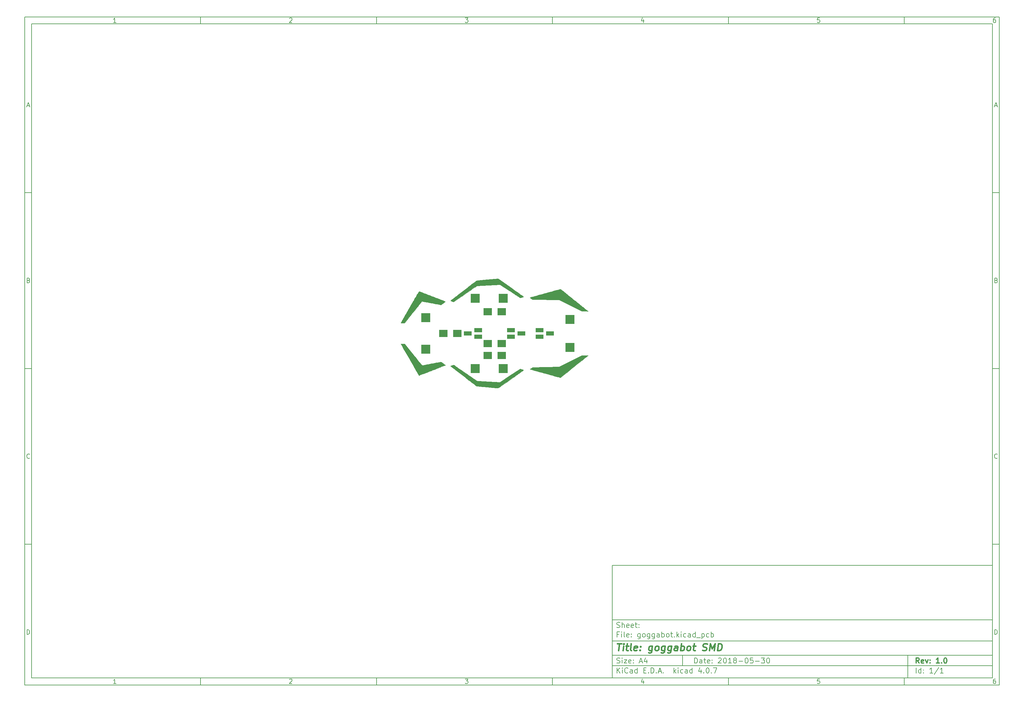
<source format=gbr>
G04 #@! TF.FileFunction,Soldermask,Top*
%FSLAX46Y46*%
G04 Gerber Fmt 4.6, Leading zero omitted, Abs format (unit mm)*
G04 Created by KiCad (PCBNEW 4.0.7) date 2018 May 30, Wednesday 19:48:18*
%MOMM*%
%LPD*%
G01*
G04 APERTURE LIST*
%ADD10C,0.100000*%
%ADD11C,0.150000*%
%ADD12C,0.300000*%
%ADD13C,0.400000*%
%ADD14C,0.010000*%
%ADD15R,2.300000X1.200000*%
%ADD16R,2.635200X2.635200*%
%ADD17R,2.400000X2.100000*%
G04 APERTURE END LIST*
D10*
D11*
X177002200Y-166007200D02*
X177002200Y-198007200D01*
X285002200Y-198007200D01*
X285002200Y-166007200D01*
X177002200Y-166007200D01*
D10*
D11*
X10000000Y-10000000D02*
X10000000Y-200007200D01*
X287002200Y-200007200D01*
X287002200Y-10000000D01*
X10000000Y-10000000D01*
D10*
D11*
X12000000Y-12000000D02*
X12000000Y-198007200D01*
X285002200Y-198007200D01*
X285002200Y-12000000D01*
X12000000Y-12000000D01*
D10*
D11*
X60000000Y-12000000D02*
X60000000Y-10000000D01*
D10*
D11*
X110000000Y-12000000D02*
X110000000Y-10000000D01*
D10*
D11*
X160000000Y-12000000D02*
X160000000Y-10000000D01*
D10*
D11*
X210000000Y-12000000D02*
X210000000Y-10000000D01*
D10*
D11*
X260000000Y-12000000D02*
X260000000Y-10000000D01*
D10*
D11*
X35990476Y-11588095D02*
X35247619Y-11588095D01*
X35619048Y-11588095D02*
X35619048Y-10288095D01*
X35495238Y-10473810D01*
X35371429Y-10597619D01*
X35247619Y-10659524D01*
D10*
D11*
X85247619Y-10411905D02*
X85309524Y-10350000D01*
X85433333Y-10288095D01*
X85742857Y-10288095D01*
X85866667Y-10350000D01*
X85928571Y-10411905D01*
X85990476Y-10535714D01*
X85990476Y-10659524D01*
X85928571Y-10845238D01*
X85185714Y-11588095D01*
X85990476Y-11588095D01*
D10*
D11*
X135185714Y-10288095D02*
X135990476Y-10288095D01*
X135557143Y-10783333D01*
X135742857Y-10783333D01*
X135866667Y-10845238D01*
X135928571Y-10907143D01*
X135990476Y-11030952D01*
X135990476Y-11340476D01*
X135928571Y-11464286D01*
X135866667Y-11526190D01*
X135742857Y-11588095D01*
X135371429Y-11588095D01*
X135247619Y-11526190D01*
X135185714Y-11464286D01*
D10*
D11*
X185866667Y-10721429D02*
X185866667Y-11588095D01*
X185557143Y-10226190D02*
X185247619Y-11154762D01*
X186052381Y-11154762D01*
D10*
D11*
X235928571Y-10288095D02*
X235309524Y-10288095D01*
X235247619Y-10907143D01*
X235309524Y-10845238D01*
X235433333Y-10783333D01*
X235742857Y-10783333D01*
X235866667Y-10845238D01*
X235928571Y-10907143D01*
X235990476Y-11030952D01*
X235990476Y-11340476D01*
X235928571Y-11464286D01*
X235866667Y-11526190D01*
X235742857Y-11588095D01*
X235433333Y-11588095D01*
X235309524Y-11526190D01*
X235247619Y-11464286D01*
D10*
D11*
X285866667Y-10288095D02*
X285619048Y-10288095D01*
X285495238Y-10350000D01*
X285433333Y-10411905D01*
X285309524Y-10597619D01*
X285247619Y-10845238D01*
X285247619Y-11340476D01*
X285309524Y-11464286D01*
X285371429Y-11526190D01*
X285495238Y-11588095D01*
X285742857Y-11588095D01*
X285866667Y-11526190D01*
X285928571Y-11464286D01*
X285990476Y-11340476D01*
X285990476Y-11030952D01*
X285928571Y-10907143D01*
X285866667Y-10845238D01*
X285742857Y-10783333D01*
X285495238Y-10783333D01*
X285371429Y-10845238D01*
X285309524Y-10907143D01*
X285247619Y-11030952D01*
D10*
D11*
X60000000Y-198007200D02*
X60000000Y-200007200D01*
D10*
D11*
X110000000Y-198007200D02*
X110000000Y-200007200D01*
D10*
D11*
X160000000Y-198007200D02*
X160000000Y-200007200D01*
D10*
D11*
X210000000Y-198007200D02*
X210000000Y-200007200D01*
D10*
D11*
X260000000Y-198007200D02*
X260000000Y-200007200D01*
D10*
D11*
X35990476Y-199595295D02*
X35247619Y-199595295D01*
X35619048Y-199595295D02*
X35619048Y-198295295D01*
X35495238Y-198481010D01*
X35371429Y-198604819D01*
X35247619Y-198666724D01*
D10*
D11*
X85247619Y-198419105D02*
X85309524Y-198357200D01*
X85433333Y-198295295D01*
X85742857Y-198295295D01*
X85866667Y-198357200D01*
X85928571Y-198419105D01*
X85990476Y-198542914D01*
X85990476Y-198666724D01*
X85928571Y-198852438D01*
X85185714Y-199595295D01*
X85990476Y-199595295D01*
D10*
D11*
X135185714Y-198295295D02*
X135990476Y-198295295D01*
X135557143Y-198790533D01*
X135742857Y-198790533D01*
X135866667Y-198852438D01*
X135928571Y-198914343D01*
X135990476Y-199038152D01*
X135990476Y-199347676D01*
X135928571Y-199471486D01*
X135866667Y-199533390D01*
X135742857Y-199595295D01*
X135371429Y-199595295D01*
X135247619Y-199533390D01*
X135185714Y-199471486D01*
D10*
D11*
X185866667Y-198728629D02*
X185866667Y-199595295D01*
X185557143Y-198233390D02*
X185247619Y-199161962D01*
X186052381Y-199161962D01*
D10*
D11*
X235928571Y-198295295D02*
X235309524Y-198295295D01*
X235247619Y-198914343D01*
X235309524Y-198852438D01*
X235433333Y-198790533D01*
X235742857Y-198790533D01*
X235866667Y-198852438D01*
X235928571Y-198914343D01*
X235990476Y-199038152D01*
X235990476Y-199347676D01*
X235928571Y-199471486D01*
X235866667Y-199533390D01*
X235742857Y-199595295D01*
X235433333Y-199595295D01*
X235309524Y-199533390D01*
X235247619Y-199471486D01*
D10*
D11*
X285866667Y-198295295D02*
X285619048Y-198295295D01*
X285495238Y-198357200D01*
X285433333Y-198419105D01*
X285309524Y-198604819D01*
X285247619Y-198852438D01*
X285247619Y-199347676D01*
X285309524Y-199471486D01*
X285371429Y-199533390D01*
X285495238Y-199595295D01*
X285742857Y-199595295D01*
X285866667Y-199533390D01*
X285928571Y-199471486D01*
X285990476Y-199347676D01*
X285990476Y-199038152D01*
X285928571Y-198914343D01*
X285866667Y-198852438D01*
X285742857Y-198790533D01*
X285495238Y-198790533D01*
X285371429Y-198852438D01*
X285309524Y-198914343D01*
X285247619Y-199038152D01*
D10*
D11*
X10000000Y-60000000D02*
X12000000Y-60000000D01*
D10*
D11*
X10000000Y-110000000D02*
X12000000Y-110000000D01*
D10*
D11*
X10000000Y-160000000D02*
X12000000Y-160000000D01*
D10*
D11*
X10690476Y-35216667D02*
X11309524Y-35216667D01*
X10566667Y-35588095D02*
X11000000Y-34288095D01*
X11433333Y-35588095D01*
D10*
D11*
X11092857Y-84907143D02*
X11278571Y-84969048D01*
X11340476Y-85030952D01*
X11402381Y-85154762D01*
X11402381Y-85340476D01*
X11340476Y-85464286D01*
X11278571Y-85526190D01*
X11154762Y-85588095D01*
X10659524Y-85588095D01*
X10659524Y-84288095D01*
X11092857Y-84288095D01*
X11216667Y-84350000D01*
X11278571Y-84411905D01*
X11340476Y-84535714D01*
X11340476Y-84659524D01*
X11278571Y-84783333D01*
X11216667Y-84845238D01*
X11092857Y-84907143D01*
X10659524Y-84907143D01*
D10*
D11*
X11402381Y-135464286D02*
X11340476Y-135526190D01*
X11154762Y-135588095D01*
X11030952Y-135588095D01*
X10845238Y-135526190D01*
X10721429Y-135402381D01*
X10659524Y-135278571D01*
X10597619Y-135030952D01*
X10597619Y-134845238D01*
X10659524Y-134597619D01*
X10721429Y-134473810D01*
X10845238Y-134350000D01*
X11030952Y-134288095D01*
X11154762Y-134288095D01*
X11340476Y-134350000D01*
X11402381Y-134411905D01*
D10*
D11*
X10659524Y-185588095D02*
X10659524Y-184288095D01*
X10969048Y-184288095D01*
X11154762Y-184350000D01*
X11278571Y-184473810D01*
X11340476Y-184597619D01*
X11402381Y-184845238D01*
X11402381Y-185030952D01*
X11340476Y-185278571D01*
X11278571Y-185402381D01*
X11154762Y-185526190D01*
X10969048Y-185588095D01*
X10659524Y-185588095D01*
D10*
D11*
X287002200Y-60000000D02*
X285002200Y-60000000D01*
D10*
D11*
X287002200Y-110000000D02*
X285002200Y-110000000D01*
D10*
D11*
X287002200Y-160000000D02*
X285002200Y-160000000D01*
D10*
D11*
X285692676Y-35216667D02*
X286311724Y-35216667D01*
X285568867Y-35588095D02*
X286002200Y-34288095D01*
X286435533Y-35588095D01*
D10*
D11*
X286095057Y-84907143D02*
X286280771Y-84969048D01*
X286342676Y-85030952D01*
X286404581Y-85154762D01*
X286404581Y-85340476D01*
X286342676Y-85464286D01*
X286280771Y-85526190D01*
X286156962Y-85588095D01*
X285661724Y-85588095D01*
X285661724Y-84288095D01*
X286095057Y-84288095D01*
X286218867Y-84350000D01*
X286280771Y-84411905D01*
X286342676Y-84535714D01*
X286342676Y-84659524D01*
X286280771Y-84783333D01*
X286218867Y-84845238D01*
X286095057Y-84907143D01*
X285661724Y-84907143D01*
D10*
D11*
X286404581Y-135464286D02*
X286342676Y-135526190D01*
X286156962Y-135588095D01*
X286033152Y-135588095D01*
X285847438Y-135526190D01*
X285723629Y-135402381D01*
X285661724Y-135278571D01*
X285599819Y-135030952D01*
X285599819Y-134845238D01*
X285661724Y-134597619D01*
X285723629Y-134473810D01*
X285847438Y-134350000D01*
X286033152Y-134288095D01*
X286156962Y-134288095D01*
X286342676Y-134350000D01*
X286404581Y-134411905D01*
D10*
D11*
X285661724Y-185588095D02*
X285661724Y-184288095D01*
X285971248Y-184288095D01*
X286156962Y-184350000D01*
X286280771Y-184473810D01*
X286342676Y-184597619D01*
X286404581Y-184845238D01*
X286404581Y-185030952D01*
X286342676Y-185278571D01*
X286280771Y-185402381D01*
X286156962Y-185526190D01*
X285971248Y-185588095D01*
X285661724Y-185588095D01*
D10*
D11*
X200359343Y-193785771D02*
X200359343Y-192285771D01*
X200716486Y-192285771D01*
X200930771Y-192357200D01*
X201073629Y-192500057D01*
X201145057Y-192642914D01*
X201216486Y-192928629D01*
X201216486Y-193142914D01*
X201145057Y-193428629D01*
X201073629Y-193571486D01*
X200930771Y-193714343D01*
X200716486Y-193785771D01*
X200359343Y-193785771D01*
X202502200Y-193785771D02*
X202502200Y-193000057D01*
X202430771Y-192857200D01*
X202287914Y-192785771D01*
X202002200Y-192785771D01*
X201859343Y-192857200D01*
X202502200Y-193714343D02*
X202359343Y-193785771D01*
X202002200Y-193785771D01*
X201859343Y-193714343D01*
X201787914Y-193571486D01*
X201787914Y-193428629D01*
X201859343Y-193285771D01*
X202002200Y-193214343D01*
X202359343Y-193214343D01*
X202502200Y-193142914D01*
X203002200Y-192785771D02*
X203573629Y-192785771D01*
X203216486Y-192285771D02*
X203216486Y-193571486D01*
X203287914Y-193714343D01*
X203430772Y-193785771D01*
X203573629Y-193785771D01*
X204645057Y-193714343D02*
X204502200Y-193785771D01*
X204216486Y-193785771D01*
X204073629Y-193714343D01*
X204002200Y-193571486D01*
X204002200Y-193000057D01*
X204073629Y-192857200D01*
X204216486Y-192785771D01*
X204502200Y-192785771D01*
X204645057Y-192857200D01*
X204716486Y-193000057D01*
X204716486Y-193142914D01*
X204002200Y-193285771D01*
X205359343Y-193642914D02*
X205430771Y-193714343D01*
X205359343Y-193785771D01*
X205287914Y-193714343D01*
X205359343Y-193642914D01*
X205359343Y-193785771D01*
X205359343Y-192857200D02*
X205430771Y-192928629D01*
X205359343Y-193000057D01*
X205287914Y-192928629D01*
X205359343Y-192857200D01*
X205359343Y-193000057D01*
X207145057Y-192428629D02*
X207216486Y-192357200D01*
X207359343Y-192285771D01*
X207716486Y-192285771D01*
X207859343Y-192357200D01*
X207930772Y-192428629D01*
X208002200Y-192571486D01*
X208002200Y-192714343D01*
X207930772Y-192928629D01*
X207073629Y-193785771D01*
X208002200Y-193785771D01*
X208930771Y-192285771D02*
X209073628Y-192285771D01*
X209216485Y-192357200D01*
X209287914Y-192428629D01*
X209359343Y-192571486D01*
X209430771Y-192857200D01*
X209430771Y-193214343D01*
X209359343Y-193500057D01*
X209287914Y-193642914D01*
X209216485Y-193714343D01*
X209073628Y-193785771D01*
X208930771Y-193785771D01*
X208787914Y-193714343D01*
X208716485Y-193642914D01*
X208645057Y-193500057D01*
X208573628Y-193214343D01*
X208573628Y-192857200D01*
X208645057Y-192571486D01*
X208716485Y-192428629D01*
X208787914Y-192357200D01*
X208930771Y-192285771D01*
X210859342Y-193785771D02*
X210002199Y-193785771D01*
X210430771Y-193785771D02*
X210430771Y-192285771D01*
X210287914Y-192500057D01*
X210145056Y-192642914D01*
X210002199Y-192714343D01*
X211716485Y-192928629D02*
X211573627Y-192857200D01*
X211502199Y-192785771D01*
X211430770Y-192642914D01*
X211430770Y-192571486D01*
X211502199Y-192428629D01*
X211573627Y-192357200D01*
X211716485Y-192285771D01*
X212002199Y-192285771D01*
X212145056Y-192357200D01*
X212216485Y-192428629D01*
X212287913Y-192571486D01*
X212287913Y-192642914D01*
X212216485Y-192785771D01*
X212145056Y-192857200D01*
X212002199Y-192928629D01*
X211716485Y-192928629D01*
X211573627Y-193000057D01*
X211502199Y-193071486D01*
X211430770Y-193214343D01*
X211430770Y-193500057D01*
X211502199Y-193642914D01*
X211573627Y-193714343D01*
X211716485Y-193785771D01*
X212002199Y-193785771D01*
X212145056Y-193714343D01*
X212216485Y-193642914D01*
X212287913Y-193500057D01*
X212287913Y-193214343D01*
X212216485Y-193071486D01*
X212145056Y-193000057D01*
X212002199Y-192928629D01*
X212930770Y-193214343D02*
X214073627Y-193214343D01*
X215073627Y-192285771D02*
X215216484Y-192285771D01*
X215359341Y-192357200D01*
X215430770Y-192428629D01*
X215502199Y-192571486D01*
X215573627Y-192857200D01*
X215573627Y-193214343D01*
X215502199Y-193500057D01*
X215430770Y-193642914D01*
X215359341Y-193714343D01*
X215216484Y-193785771D01*
X215073627Y-193785771D01*
X214930770Y-193714343D01*
X214859341Y-193642914D01*
X214787913Y-193500057D01*
X214716484Y-193214343D01*
X214716484Y-192857200D01*
X214787913Y-192571486D01*
X214859341Y-192428629D01*
X214930770Y-192357200D01*
X215073627Y-192285771D01*
X216930770Y-192285771D02*
X216216484Y-192285771D01*
X216145055Y-193000057D01*
X216216484Y-192928629D01*
X216359341Y-192857200D01*
X216716484Y-192857200D01*
X216859341Y-192928629D01*
X216930770Y-193000057D01*
X217002198Y-193142914D01*
X217002198Y-193500057D01*
X216930770Y-193642914D01*
X216859341Y-193714343D01*
X216716484Y-193785771D01*
X216359341Y-193785771D01*
X216216484Y-193714343D01*
X216145055Y-193642914D01*
X217645055Y-193214343D02*
X218787912Y-193214343D01*
X219359341Y-192285771D02*
X220287912Y-192285771D01*
X219787912Y-192857200D01*
X220002198Y-192857200D01*
X220145055Y-192928629D01*
X220216484Y-193000057D01*
X220287912Y-193142914D01*
X220287912Y-193500057D01*
X220216484Y-193642914D01*
X220145055Y-193714343D01*
X220002198Y-193785771D01*
X219573626Y-193785771D01*
X219430769Y-193714343D01*
X219359341Y-193642914D01*
X221216483Y-192285771D02*
X221359340Y-192285771D01*
X221502197Y-192357200D01*
X221573626Y-192428629D01*
X221645055Y-192571486D01*
X221716483Y-192857200D01*
X221716483Y-193214343D01*
X221645055Y-193500057D01*
X221573626Y-193642914D01*
X221502197Y-193714343D01*
X221359340Y-193785771D01*
X221216483Y-193785771D01*
X221073626Y-193714343D01*
X221002197Y-193642914D01*
X220930769Y-193500057D01*
X220859340Y-193214343D01*
X220859340Y-192857200D01*
X220930769Y-192571486D01*
X221002197Y-192428629D01*
X221073626Y-192357200D01*
X221216483Y-192285771D01*
D10*
D11*
X177002200Y-194507200D02*
X285002200Y-194507200D01*
D10*
D11*
X178359343Y-196585771D02*
X178359343Y-195085771D01*
X179216486Y-196585771D02*
X178573629Y-195728629D01*
X179216486Y-195085771D02*
X178359343Y-195942914D01*
X179859343Y-196585771D02*
X179859343Y-195585771D01*
X179859343Y-195085771D02*
X179787914Y-195157200D01*
X179859343Y-195228629D01*
X179930771Y-195157200D01*
X179859343Y-195085771D01*
X179859343Y-195228629D01*
X181430772Y-196442914D02*
X181359343Y-196514343D01*
X181145057Y-196585771D01*
X181002200Y-196585771D01*
X180787915Y-196514343D01*
X180645057Y-196371486D01*
X180573629Y-196228629D01*
X180502200Y-195942914D01*
X180502200Y-195728629D01*
X180573629Y-195442914D01*
X180645057Y-195300057D01*
X180787915Y-195157200D01*
X181002200Y-195085771D01*
X181145057Y-195085771D01*
X181359343Y-195157200D01*
X181430772Y-195228629D01*
X182716486Y-196585771D02*
X182716486Y-195800057D01*
X182645057Y-195657200D01*
X182502200Y-195585771D01*
X182216486Y-195585771D01*
X182073629Y-195657200D01*
X182716486Y-196514343D02*
X182573629Y-196585771D01*
X182216486Y-196585771D01*
X182073629Y-196514343D01*
X182002200Y-196371486D01*
X182002200Y-196228629D01*
X182073629Y-196085771D01*
X182216486Y-196014343D01*
X182573629Y-196014343D01*
X182716486Y-195942914D01*
X184073629Y-196585771D02*
X184073629Y-195085771D01*
X184073629Y-196514343D02*
X183930772Y-196585771D01*
X183645058Y-196585771D01*
X183502200Y-196514343D01*
X183430772Y-196442914D01*
X183359343Y-196300057D01*
X183359343Y-195871486D01*
X183430772Y-195728629D01*
X183502200Y-195657200D01*
X183645058Y-195585771D01*
X183930772Y-195585771D01*
X184073629Y-195657200D01*
X185930772Y-195800057D02*
X186430772Y-195800057D01*
X186645058Y-196585771D02*
X185930772Y-196585771D01*
X185930772Y-195085771D01*
X186645058Y-195085771D01*
X187287915Y-196442914D02*
X187359343Y-196514343D01*
X187287915Y-196585771D01*
X187216486Y-196514343D01*
X187287915Y-196442914D01*
X187287915Y-196585771D01*
X188002201Y-196585771D02*
X188002201Y-195085771D01*
X188359344Y-195085771D01*
X188573629Y-195157200D01*
X188716487Y-195300057D01*
X188787915Y-195442914D01*
X188859344Y-195728629D01*
X188859344Y-195942914D01*
X188787915Y-196228629D01*
X188716487Y-196371486D01*
X188573629Y-196514343D01*
X188359344Y-196585771D01*
X188002201Y-196585771D01*
X189502201Y-196442914D02*
X189573629Y-196514343D01*
X189502201Y-196585771D01*
X189430772Y-196514343D01*
X189502201Y-196442914D01*
X189502201Y-196585771D01*
X190145058Y-196157200D02*
X190859344Y-196157200D01*
X190002201Y-196585771D02*
X190502201Y-195085771D01*
X191002201Y-196585771D01*
X191502201Y-196442914D02*
X191573629Y-196514343D01*
X191502201Y-196585771D01*
X191430772Y-196514343D01*
X191502201Y-196442914D01*
X191502201Y-196585771D01*
X194502201Y-196585771D02*
X194502201Y-195085771D01*
X194645058Y-196014343D02*
X195073629Y-196585771D01*
X195073629Y-195585771D02*
X194502201Y-196157200D01*
X195716487Y-196585771D02*
X195716487Y-195585771D01*
X195716487Y-195085771D02*
X195645058Y-195157200D01*
X195716487Y-195228629D01*
X195787915Y-195157200D01*
X195716487Y-195085771D01*
X195716487Y-195228629D01*
X197073630Y-196514343D02*
X196930773Y-196585771D01*
X196645059Y-196585771D01*
X196502201Y-196514343D01*
X196430773Y-196442914D01*
X196359344Y-196300057D01*
X196359344Y-195871486D01*
X196430773Y-195728629D01*
X196502201Y-195657200D01*
X196645059Y-195585771D01*
X196930773Y-195585771D01*
X197073630Y-195657200D01*
X198359344Y-196585771D02*
X198359344Y-195800057D01*
X198287915Y-195657200D01*
X198145058Y-195585771D01*
X197859344Y-195585771D01*
X197716487Y-195657200D01*
X198359344Y-196514343D02*
X198216487Y-196585771D01*
X197859344Y-196585771D01*
X197716487Y-196514343D01*
X197645058Y-196371486D01*
X197645058Y-196228629D01*
X197716487Y-196085771D01*
X197859344Y-196014343D01*
X198216487Y-196014343D01*
X198359344Y-195942914D01*
X199716487Y-196585771D02*
X199716487Y-195085771D01*
X199716487Y-196514343D02*
X199573630Y-196585771D01*
X199287916Y-196585771D01*
X199145058Y-196514343D01*
X199073630Y-196442914D01*
X199002201Y-196300057D01*
X199002201Y-195871486D01*
X199073630Y-195728629D01*
X199145058Y-195657200D01*
X199287916Y-195585771D01*
X199573630Y-195585771D01*
X199716487Y-195657200D01*
X202216487Y-195585771D02*
X202216487Y-196585771D01*
X201859344Y-195014343D02*
X201502201Y-196085771D01*
X202430773Y-196085771D01*
X203002201Y-196442914D02*
X203073629Y-196514343D01*
X203002201Y-196585771D01*
X202930772Y-196514343D01*
X203002201Y-196442914D01*
X203002201Y-196585771D01*
X204002201Y-195085771D02*
X204145058Y-195085771D01*
X204287915Y-195157200D01*
X204359344Y-195228629D01*
X204430773Y-195371486D01*
X204502201Y-195657200D01*
X204502201Y-196014343D01*
X204430773Y-196300057D01*
X204359344Y-196442914D01*
X204287915Y-196514343D01*
X204145058Y-196585771D01*
X204002201Y-196585771D01*
X203859344Y-196514343D01*
X203787915Y-196442914D01*
X203716487Y-196300057D01*
X203645058Y-196014343D01*
X203645058Y-195657200D01*
X203716487Y-195371486D01*
X203787915Y-195228629D01*
X203859344Y-195157200D01*
X204002201Y-195085771D01*
X205145058Y-196442914D02*
X205216486Y-196514343D01*
X205145058Y-196585771D01*
X205073629Y-196514343D01*
X205145058Y-196442914D01*
X205145058Y-196585771D01*
X205716487Y-195085771D02*
X206716487Y-195085771D01*
X206073630Y-196585771D01*
D10*
D11*
X177002200Y-191507200D02*
X285002200Y-191507200D01*
D10*
D12*
X264216486Y-193785771D02*
X263716486Y-193071486D01*
X263359343Y-193785771D02*
X263359343Y-192285771D01*
X263930771Y-192285771D01*
X264073629Y-192357200D01*
X264145057Y-192428629D01*
X264216486Y-192571486D01*
X264216486Y-192785771D01*
X264145057Y-192928629D01*
X264073629Y-193000057D01*
X263930771Y-193071486D01*
X263359343Y-193071486D01*
X265430771Y-193714343D02*
X265287914Y-193785771D01*
X265002200Y-193785771D01*
X264859343Y-193714343D01*
X264787914Y-193571486D01*
X264787914Y-193000057D01*
X264859343Y-192857200D01*
X265002200Y-192785771D01*
X265287914Y-192785771D01*
X265430771Y-192857200D01*
X265502200Y-193000057D01*
X265502200Y-193142914D01*
X264787914Y-193285771D01*
X266002200Y-192785771D02*
X266359343Y-193785771D01*
X266716485Y-192785771D01*
X267287914Y-193642914D02*
X267359342Y-193714343D01*
X267287914Y-193785771D01*
X267216485Y-193714343D01*
X267287914Y-193642914D01*
X267287914Y-193785771D01*
X267287914Y-192857200D02*
X267359342Y-192928629D01*
X267287914Y-193000057D01*
X267216485Y-192928629D01*
X267287914Y-192857200D01*
X267287914Y-193000057D01*
X269930771Y-193785771D02*
X269073628Y-193785771D01*
X269502200Y-193785771D02*
X269502200Y-192285771D01*
X269359343Y-192500057D01*
X269216485Y-192642914D01*
X269073628Y-192714343D01*
X270573628Y-193642914D02*
X270645056Y-193714343D01*
X270573628Y-193785771D01*
X270502199Y-193714343D01*
X270573628Y-193642914D01*
X270573628Y-193785771D01*
X271573628Y-192285771D02*
X271716485Y-192285771D01*
X271859342Y-192357200D01*
X271930771Y-192428629D01*
X272002200Y-192571486D01*
X272073628Y-192857200D01*
X272073628Y-193214343D01*
X272002200Y-193500057D01*
X271930771Y-193642914D01*
X271859342Y-193714343D01*
X271716485Y-193785771D01*
X271573628Y-193785771D01*
X271430771Y-193714343D01*
X271359342Y-193642914D01*
X271287914Y-193500057D01*
X271216485Y-193214343D01*
X271216485Y-192857200D01*
X271287914Y-192571486D01*
X271359342Y-192428629D01*
X271430771Y-192357200D01*
X271573628Y-192285771D01*
D10*
D11*
X178287914Y-193714343D02*
X178502200Y-193785771D01*
X178859343Y-193785771D01*
X179002200Y-193714343D01*
X179073629Y-193642914D01*
X179145057Y-193500057D01*
X179145057Y-193357200D01*
X179073629Y-193214343D01*
X179002200Y-193142914D01*
X178859343Y-193071486D01*
X178573629Y-193000057D01*
X178430771Y-192928629D01*
X178359343Y-192857200D01*
X178287914Y-192714343D01*
X178287914Y-192571486D01*
X178359343Y-192428629D01*
X178430771Y-192357200D01*
X178573629Y-192285771D01*
X178930771Y-192285771D01*
X179145057Y-192357200D01*
X179787914Y-193785771D02*
X179787914Y-192785771D01*
X179787914Y-192285771D02*
X179716485Y-192357200D01*
X179787914Y-192428629D01*
X179859342Y-192357200D01*
X179787914Y-192285771D01*
X179787914Y-192428629D01*
X180359343Y-192785771D02*
X181145057Y-192785771D01*
X180359343Y-193785771D01*
X181145057Y-193785771D01*
X182287914Y-193714343D02*
X182145057Y-193785771D01*
X181859343Y-193785771D01*
X181716486Y-193714343D01*
X181645057Y-193571486D01*
X181645057Y-193000057D01*
X181716486Y-192857200D01*
X181859343Y-192785771D01*
X182145057Y-192785771D01*
X182287914Y-192857200D01*
X182359343Y-193000057D01*
X182359343Y-193142914D01*
X181645057Y-193285771D01*
X183002200Y-193642914D02*
X183073628Y-193714343D01*
X183002200Y-193785771D01*
X182930771Y-193714343D01*
X183002200Y-193642914D01*
X183002200Y-193785771D01*
X183002200Y-192857200D02*
X183073628Y-192928629D01*
X183002200Y-193000057D01*
X182930771Y-192928629D01*
X183002200Y-192857200D01*
X183002200Y-193000057D01*
X184787914Y-193357200D02*
X185502200Y-193357200D01*
X184645057Y-193785771D02*
X185145057Y-192285771D01*
X185645057Y-193785771D01*
X186787914Y-192785771D02*
X186787914Y-193785771D01*
X186430771Y-192214343D02*
X186073628Y-193285771D01*
X187002200Y-193285771D01*
D10*
D11*
X263359343Y-196585771D02*
X263359343Y-195085771D01*
X264716486Y-196585771D02*
X264716486Y-195085771D01*
X264716486Y-196514343D02*
X264573629Y-196585771D01*
X264287915Y-196585771D01*
X264145057Y-196514343D01*
X264073629Y-196442914D01*
X264002200Y-196300057D01*
X264002200Y-195871486D01*
X264073629Y-195728629D01*
X264145057Y-195657200D01*
X264287915Y-195585771D01*
X264573629Y-195585771D01*
X264716486Y-195657200D01*
X265430772Y-196442914D02*
X265502200Y-196514343D01*
X265430772Y-196585771D01*
X265359343Y-196514343D01*
X265430772Y-196442914D01*
X265430772Y-196585771D01*
X265430772Y-195657200D02*
X265502200Y-195728629D01*
X265430772Y-195800057D01*
X265359343Y-195728629D01*
X265430772Y-195657200D01*
X265430772Y-195800057D01*
X268073629Y-196585771D02*
X267216486Y-196585771D01*
X267645058Y-196585771D02*
X267645058Y-195085771D01*
X267502201Y-195300057D01*
X267359343Y-195442914D01*
X267216486Y-195514343D01*
X269787914Y-195014343D02*
X268502200Y-196942914D01*
X271073629Y-196585771D02*
X270216486Y-196585771D01*
X270645058Y-196585771D02*
X270645058Y-195085771D01*
X270502201Y-195300057D01*
X270359343Y-195442914D01*
X270216486Y-195514343D01*
D10*
D11*
X177002200Y-187507200D02*
X285002200Y-187507200D01*
D10*
D13*
X178454581Y-188211962D02*
X179597438Y-188211962D01*
X178776010Y-190211962D02*
X179026010Y-188211962D01*
X180014105Y-190211962D02*
X180180771Y-188878629D01*
X180264105Y-188211962D02*
X180156962Y-188307200D01*
X180240295Y-188402438D01*
X180347439Y-188307200D01*
X180264105Y-188211962D01*
X180240295Y-188402438D01*
X180847438Y-188878629D02*
X181609343Y-188878629D01*
X181216486Y-188211962D02*
X181002200Y-189926248D01*
X181073630Y-190116724D01*
X181252201Y-190211962D01*
X181442677Y-190211962D01*
X182395058Y-190211962D02*
X182216487Y-190116724D01*
X182145057Y-189926248D01*
X182359343Y-188211962D01*
X183930772Y-190116724D02*
X183728391Y-190211962D01*
X183347439Y-190211962D01*
X183168867Y-190116724D01*
X183097438Y-189926248D01*
X183192676Y-189164343D01*
X183311724Y-188973867D01*
X183514105Y-188878629D01*
X183895057Y-188878629D01*
X184073629Y-188973867D01*
X184145057Y-189164343D01*
X184121248Y-189354819D01*
X183145057Y-189545295D01*
X184895057Y-190021486D02*
X184978392Y-190116724D01*
X184871248Y-190211962D01*
X184787915Y-190116724D01*
X184895057Y-190021486D01*
X184871248Y-190211962D01*
X185026010Y-188973867D02*
X185109344Y-189069105D01*
X185002200Y-189164343D01*
X184918867Y-189069105D01*
X185026010Y-188973867D01*
X185002200Y-189164343D01*
X188371248Y-188878629D02*
X188168867Y-190497676D01*
X188049820Y-190688152D01*
X187942677Y-190783390D01*
X187740296Y-190878629D01*
X187454582Y-190878629D01*
X187276010Y-190783390D01*
X188216487Y-190116724D02*
X188014106Y-190211962D01*
X187633154Y-190211962D01*
X187454583Y-190116724D01*
X187371248Y-190021486D01*
X187299820Y-189831010D01*
X187371248Y-189259581D01*
X187490296Y-189069105D01*
X187597440Y-188973867D01*
X187799820Y-188878629D01*
X188180772Y-188878629D01*
X188359344Y-188973867D01*
X189442678Y-190211962D02*
X189264107Y-190116724D01*
X189180772Y-190021486D01*
X189109344Y-189831010D01*
X189180772Y-189259581D01*
X189299820Y-189069105D01*
X189406964Y-188973867D01*
X189609344Y-188878629D01*
X189895058Y-188878629D01*
X190073630Y-188973867D01*
X190156963Y-189069105D01*
X190228391Y-189259581D01*
X190156963Y-189831010D01*
X190037915Y-190021486D01*
X189930773Y-190116724D01*
X189728392Y-190211962D01*
X189442678Y-190211962D01*
X191990296Y-188878629D02*
X191787915Y-190497676D01*
X191668868Y-190688152D01*
X191561725Y-190783390D01*
X191359344Y-190878629D01*
X191073630Y-190878629D01*
X190895058Y-190783390D01*
X191835535Y-190116724D02*
X191633154Y-190211962D01*
X191252202Y-190211962D01*
X191073631Y-190116724D01*
X190990296Y-190021486D01*
X190918868Y-189831010D01*
X190990296Y-189259581D01*
X191109344Y-189069105D01*
X191216488Y-188973867D01*
X191418868Y-188878629D01*
X191799820Y-188878629D01*
X191978392Y-188973867D01*
X193799820Y-188878629D02*
X193597439Y-190497676D01*
X193478392Y-190688152D01*
X193371249Y-190783390D01*
X193168868Y-190878629D01*
X192883154Y-190878629D01*
X192704582Y-190783390D01*
X193645059Y-190116724D02*
X193442678Y-190211962D01*
X193061726Y-190211962D01*
X192883155Y-190116724D01*
X192799820Y-190021486D01*
X192728392Y-189831010D01*
X192799820Y-189259581D01*
X192918868Y-189069105D01*
X193026012Y-188973867D01*
X193228392Y-188878629D01*
X193609344Y-188878629D01*
X193787916Y-188973867D01*
X195442678Y-190211962D02*
X195573630Y-189164343D01*
X195502202Y-188973867D01*
X195323630Y-188878629D01*
X194942678Y-188878629D01*
X194740297Y-188973867D01*
X195454583Y-190116724D02*
X195252202Y-190211962D01*
X194776012Y-190211962D01*
X194597440Y-190116724D01*
X194526011Y-189926248D01*
X194549821Y-189735771D01*
X194668868Y-189545295D01*
X194871250Y-189450057D01*
X195347440Y-189450057D01*
X195549821Y-189354819D01*
X196395059Y-190211962D02*
X196645059Y-188211962D01*
X196549821Y-188973867D02*
X196752202Y-188878629D01*
X197133154Y-188878629D01*
X197311726Y-188973867D01*
X197395059Y-189069105D01*
X197466487Y-189259581D01*
X197395059Y-189831010D01*
X197276011Y-190021486D01*
X197168869Y-190116724D01*
X196966488Y-190211962D01*
X196585536Y-190211962D01*
X196406964Y-190116724D01*
X198490298Y-190211962D02*
X198311727Y-190116724D01*
X198228392Y-190021486D01*
X198156964Y-189831010D01*
X198228392Y-189259581D01*
X198347440Y-189069105D01*
X198454584Y-188973867D01*
X198656964Y-188878629D01*
X198942678Y-188878629D01*
X199121250Y-188973867D01*
X199204583Y-189069105D01*
X199276011Y-189259581D01*
X199204583Y-189831010D01*
X199085535Y-190021486D01*
X198978393Y-190116724D01*
X198776012Y-190211962D01*
X198490298Y-190211962D01*
X199895059Y-188878629D02*
X200656964Y-188878629D01*
X200264107Y-188211962D02*
X200049821Y-189926248D01*
X200121251Y-190116724D01*
X200299822Y-190211962D01*
X200490298Y-190211962D01*
X202597441Y-190116724D02*
X202871251Y-190211962D01*
X203347441Y-190211962D01*
X203549822Y-190116724D01*
X203656964Y-190021486D01*
X203776013Y-189831010D01*
X203799822Y-189640533D01*
X203728393Y-189450057D01*
X203645060Y-189354819D01*
X203466488Y-189259581D01*
X203097441Y-189164343D01*
X202918870Y-189069105D01*
X202835536Y-188973867D01*
X202764107Y-188783390D01*
X202787917Y-188592914D01*
X202906964Y-188402438D01*
X203014108Y-188307200D01*
X203216489Y-188211962D01*
X203692679Y-188211962D01*
X203966489Y-188307200D01*
X204585536Y-190211962D02*
X204835536Y-188211962D01*
X205323631Y-189640533D01*
X206168870Y-188211962D01*
X205918870Y-190211962D01*
X206871250Y-190211962D02*
X207121250Y-188211962D01*
X207597441Y-188211962D01*
X207871250Y-188307200D01*
X208037917Y-188497676D01*
X208109346Y-188688152D01*
X208156965Y-189069105D01*
X208121251Y-189354819D01*
X207978394Y-189735771D01*
X207859345Y-189926248D01*
X207645060Y-190116724D01*
X207347441Y-190211962D01*
X206871250Y-190211962D01*
D10*
D11*
X178859343Y-185600057D02*
X178359343Y-185600057D01*
X178359343Y-186385771D02*
X178359343Y-184885771D01*
X179073629Y-184885771D01*
X179645057Y-186385771D02*
X179645057Y-185385771D01*
X179645057Y-184885771D02*
X179573628Y-184957200D01*
X179645057Y-185028629D01*
X179716485Y-184957200D01*
X179645057Y-184885771D01*
X179645057Y-185028629D01*
X180573629Y-186385771D02*
X180430771Y-186314343D01*
X180359343Y-186171486D01*
X180359343Y-184885771D01*
X181716485Y-186314343D02*
X181573628Y-186385771D01*
X181287914Y-186385771D01*
X181145057Y-186314343D01*
X181073628Y-186171486D01*
X181073628Y-185600057D01*
X181145057Y-185457200D01*
X181287914Y-185385771D01*
X181573628Y-185385771D01*
X181716485Y-185457200D01*
X181787914Y-185600057D01*
X181787914Y-185742914D01*
X181073628Y-185885771D01*
X182430771Y-186242914D02*
X182502199Y-186314343D01*
X182430771Y-186385771D01*
X182359342Y-186314343D01*
X182430771Y-186242914D01*
X182430771Y-186385771D01*
X182430771Y-185457200D02*
X182502199Y-185528629D01*
X182430771Y-185600057D01*
X182359342Y-185528629D01*
X182430771Y-185457200D01*
X182430771Y-185600057D01*
X184930771Y-185385771D02*
X184930771Y-186600057D01*
X184859342Y-186742914D01*
X184787914Y-186814343D01*
X184645057Y-186885771D01*
X184430771Y-186885771D01*
X184287914Y-186814343D01*
X184930771Y-186314343D02*
X184787914Y-186385771D01*
X184502200Y-186385771D01*
X184359342Y-186314343D01*
X184287914Y-186242914D01*
X184216485Y-186100057D01*
X184216485Y-185671486D01*
X184287914Y-185528629D01*
X184359342Y-185457200D01*
X184502200Y-185385771D01*
X184787914Y-185385771D01*
X184930771Y-185457200D01*
X185859343Y-186385771D02*
X185716485Y-186314343D01*
X185645057Y-186242914D01*
X185573628Y-186100057D01*
X185573628Y-185671486D01*
X185645057Y-185528629D01*
X185716485Y-185457200D01*
X185859343Y-185385771D01*
X186073628Y-185385771D01*
X186216485Y-185457200D01*
X186287914Y-185528629D01*
X186359343Y-185671486D01*
X186359343Y-186100057D01*
X186287914Y-186242914D01*
X186216485Y-186314343D01*
X186073628Y-186385771D01*
X185859343Y-186385771D01*
X187645057Y-185385771D02*
X187645057Y-186600057D01*
X187573628Y-186742914D01*
X187502200Y-186814343D01*
X187359343Y-186885771D01*
X187145057Y-186885771D01*
X187002200Y-186814343D01*
X187645057Y-186314343D02*
X187502200Y-186385771D01*
X187216486Y-186385771D01*
X187073628Y-186314343D01*
X187002200Y-186242914D01*
X186930771Y-186100057D01*
X186930771Y-185671486D01*
X187002200Y-185528629D01*
X187073628Y-185457200D01*
X187216486Y-185385771D01*
X187502200Y-185385771D01*
X187645057Y-185457200D01*
X189002200Y-185385771D02*
X189002200Y-186600057D01*
X188930771Y-186742914D01*
X188859343Y-186814343D01*
X188716486Y-186885771D01*
X188502200Y-186885771D01*
X188359343Y-186814343D01*
X189002200Y-186314343D02*
X188859343Y-186385771D01*
X188573629Y-186385771D01*
X188430771Y-186314343D01*
X188359343Y-186242914D01*
X188287914Y-186100057D01*
X188287914Y-185671486D01*
X188359343Y-185528629D01*
X188430771Y-185457200D01*
X188573629Y-185385771D01*
X188859343Y-185385771D01*
X189002200Y-185457200D01*
X190359343Y-186385771D02*
X190359343Y-185600057D01*
X190287914Y-185457200D01*
X190145057Y-185385771D01*
X189859343Y-185385771D01*
X189716486Y-185457200D01*
X190359343Y-186314343D02*
X190216486Y-186385771D01*
X189859343Y-186385771D01*
X189716486Y-186314343D01*
X189645057Y-186171486D01*
X189645057Y-186028629D01*
X189716486Y-185885771D01*
X189859343Y-185814343D01*
X190216486Y-185814343D01*
X190359343Y-185742914D01*
X191073629Y-186385771D02*
X191073629Y-184885771D01*
X191073629Y-185457200D02*
X191216486Y-185385771D01*
X191502200Y-185385771D01*
X191645057Y-185457200D01*
X191716486Y-185528629D01*
X191787915Y-185671486D01*
X191787915Y-186100057D01*
X191716486Y-186242914D01*
X191645057Y-186314343D01*
X191502200Y-186385771D01*
X191216486Y-186385771D01*
X191073629Y-186314343D01*
X192645058Y-186385771D02*
X192502200Y-186314343D01*
X192430772Y-186242914D01*
X192359343Y-186100057D01*
X192359343Y-185671486D01*
X192430772Y-185528629D01*
X192502200Y-185457200D01*
X192645058Y-185385771D01*
X192859343Y-185385771D01*
X193002200Y-185457200D01*
X193073629Y-185528629D01*
X193145058Y-185671486D01*
X193145058Y-186100057D01*
X193073629Y-186242914D01*
X193002200Y-186314343D01*
X192859343Y-186385771D01*
X192645058Y-186385771D01*
X193573629Y-185385771D02*
X194145058Y-185385771D01*
X193787915Y-184885771D02*
X193787915Y-186171486D01*
X193859343Y-186314343D01*
X194002201Y-186385771D01*
X194145058Y-186385771D01*
X194645058Y-186242914D02*
X194716486Y-186314343D01*
X194645058Y-186385771D01*
X194573629Y-186314343D01*
X194645058Y-186242914D01*
X194645058Y-186385771D01*
X195359344Y-186385771D02*
X195359344Y-184885771D01*
X195502201Y-185814343D02*
X195930772Y-186385771D01*
X195930772Y-185385771D02*
X195359344Y-185957200D01*
X196573630Y-186385771D02*
X196573630Y-185385771D01*
X196573630Y-184885771D02*
X196502201Y-184957200D01*
X196573630Y-185028629D01*
X196645058Y-184957200D01*
X196573630Y-184885771D01*
X196573630Y-185028629D01*
X197930773Y-186314343D02*
X197787916Y-186385771D01*
X197502202Y-186385771D01*
X197359344Y-186314343D01*
X197287916Y-186242914D01*
X197216487Y-186100057D01*
X197216487Y-185671486D01*
X197287916Y-185528629D01*
X197359344Y-185457200D01*
X197502202Y-185385771D01*
X197787916Y-185385771D01*
X197930773Y-185457200D01*
X199216487Y-186385771D02*
X199216487Y-185600057D01*
X199145058Y-185457200D01*
X199002201Y-185385771D01*
X198716487Y-185385771D01*
X198573630Y-185457200D01*
X199216487Y-186314343D02*
X199073630Y-186385771D01*
X198716487Y-186385771D01*
X198573630Y-186314343D01*
X198502201Y-186171486D01*
X198502201Y-186028629D01*
X198573630Y-185885771D01*
X198716487Y-185814343D01*
X199073630Y-185814343D01*
X199216487Y-185742914D01*
X200573630Y-186385771D02*
X200573630Y-184885771D01*
X200573630Y-186314343D02*
X200430773Y-186385771D01*
X200145059Y-186385771D01*
X200002201Y-186314343D01*
X199930773Y-186242914D01*
X199859344Y-186100057D01*
X199859344Y-185671486D01*
X199930773Y-185528629D01*
X200002201Y-185457200D01*
X200145059Y-185385771D01*
X200430773Y-185385771D01*
X200573630Y-185457200D01*
X200930773Y-186528629D02*
X202073630Y-186528629D01*
X202430773Y-185385771D02*
X202430773Y-186885771D01*
X202430773Y-185457200D02*
X202573630Y-185385771D01*
X202859344Y-185385771D01*
X203002201Y-185457200D01*
X203073630Y-185528629D01*
X203145059Y-185671486D01*
X203145059Y-186100057D01*
X203073630Y-186242914D01*
X203002201Y-186314343D01*
X202859344Y-186385771D01*
X202573630Y-186385771D01*
X202430773Y-186314343D01*
X204430773Y-186314343D02*
X204287916Y-186385771D01*
X204002202Y-186385771D01*
X203859344Y-186314343D01*
X203787916Y-186242914D01*
X203716487Y-186100057D01*
X203716487Y-185671486D01*
X203787916Y-185528629D01*
X203859344Y-185457200D01*
X204002202Y-185385771D01*
X204287916Y-185385771D01*
X204430773Y-185457200D01*
X205073630Y-186385771D02*
X205073630Y-184885771D01*
X205073630Y-185457200D02*
X205216487Y-185385771D01*
X205502201Y-185385771D01*
X205645058Y-185457200D01*
X205716487Y-185528629D01*
X205787916Y-185671486D01*
X205787916Y-186100057D01*
X205716487Y-186242914D01*
X205645058Y-186314343D01*
X205502201Y-186385771D01*
X205216487Y-186385771D01*
X205073630Y-186314343D01*
D10*
D11*
X177002200Y-181507200D02*
X285002200Y-181507200D01*
D10*
D11*
X178287914Y-183614343D02*
X178502200Y-183685771D01*
X178859343Y-183685771D01*
X179002200Y-183614343D01*
X179073629Y-183542914D01*
X179145057Y-183400057D01*
X179145057Y-183257200D01*
X179073629Y-183114343D01*
X179002200Y-183042914D01*
X178859343Y-182971486D01*
X178573629Y-182900057D01*
X178430771Y-182828629D01*
X178359343Y-182757200D01*
X178287914Y-182614343D01*
X178287914Y-182471486D01*
X178359343Y-182328629D01*
X178430771Y-182257200D01*
X178573629Y-182185771D01*
X178930771Y-182185771D01*
X179145057Y-182257200D01*
X179787914Y-183685771D02*
X179787914Y-182185771D01*
X180430771Y-183685771D02*
X180430771Y-182900057D01*
X180359342Y-182757200D01*
X180216485Y-182685771D01*
X180002200Y-182685771D01*
X179859342Y-182757200D01*
X179787914Y-182828629D01*
X181716485Y-183614343D02*
X181573628Y-183685771D01*
X181287914Y-183685771D01*
X181145057Y-183614343D01*
X181073628Y-183471486D01*
X181073628Y-182900057D01*
X181145057Y-182757200D01*
X181287914Y-182685771D01*
X181573628Y-182685771D01*
X181716485Y-182757200D01*
X181787914Y-182900057D01*
X181787914Y-183042914D01*
X181073628Y-183185771D01*
X183002199Y-183614343D02*
X182859342Y-183685771D01*
X182573628Y-183685771D01*
X182430771Y-183614343D01*
X182359342Y-183471486D01*
X182359342Y-182900057D01*
X182430771Y-182757200D01*
X182573628Y-182685771D01*
X182859342Y-182685771D01*
X183002199Y-182757200D01*
X183073628Y-182900057D01*
X183073628Y-183042914D01*
X182359342Y-183185771D01*
X183502199Y-182685771D02*
X184073628Y-182685771D01*
X183716485Y-182185771D02*
X183716485Y-183471486D01*
X183787913Y-183614343D01*
X183930771Y-183685771D01*
X184073628Y-183685771D01*
X184573628Y-183542914D02*
X184645056Y-183614343D01*
X184573628Y-183685771D01*
X184502199Y-183614343D01*
X184573628Y-183542914D01*
X184573628Y-183685771D01*
X184573628Y-182757200D02*
X184645056Y-182828629D01*
X184573628Y-182900057D01*
X184502199Y-182828629D01*
X184573628Y-182757200D01*
X184573628Y-182900057D01*
D10*
D11*
X197002200Y-191507200D02*
X197002200Y-194507200D01*
D10*
D11*
X261002200Y-191507200D02*
X261002200Y-198007200D01*
D14*
G36*
X131923489Y-108980473D02*
X131990678Y-109025764D01*
X132096984Y-109098123D01*
X132239974Y-109195876D01*
X132417216Y-109317351D01*
X132626279Y-109460874D01*
X132864728Y-109624773D01*
X133130132Y-109807374D01*
X133420057Y-110007005D01*
X133732072Y-110221992D01*
X134063745Y-110450662D01*
X134412641Y-110691343D01*
X134776330Y-110942360D01*
X135152378Y-111202042D01*
X135246058Y-111266754D01*
X135692025Y-111574826D01*
X136096151Y-111853935D01*
X136460590Y-112105512D01*
X136787497Y-112330987D01*
X137079027Y-112531791D01*
X137337334Y-112709355D01*
X137564572Y-112865109D01*
X137762897Y-113000484D01*
X137934463Y-113116910D01*
X138081425Y-113215820D01*
X138205938Y-113298642D01*
X138310156Y-113366807D01*
X138396233Y-113421748D01*
X138466325Y-113464893D01*
X138522586Y-113497673D01*
X138567171Y-113521520D01*
X138602235Y-113537864D01*
X138629931Y-113548136D01*
X138652415Y-113553766D01*
X138671842Y-113556185D01*
X138690366Y-113556824D01*
X138695110Y-113556873D01*
X138739132Y-113558468D01*
X138833052Y-113562791D01*
X138973375Y-113569660D01*
X139156605Y-113578891D01*
X139379247Y-113590302D01*
X139637804Y-113603711D01*
X139928780Y-113618935D01*
X140248680Y-113635791D01*
X140594008Y-113654097D01*
X140961269Y-113673671D01*
X141346966Y-113694330D01*
X141747603Y-113715891D01*
X141959158Y-113727316D01*
X145087368Y-113896466D01*
X147952587Y-111989410D01*
X150817805Y-110082354D01*
X151301376Y-110243807D01*
X151451841Y-110294937D01*
X151583165Y-110341268D01*
X151687554Y-110379911D01*
X151757214Y-110407975D01*
X151784352Y-110422568D01*
X151784459Y-110422998D01*
X151762979Y-110441105D01*
X151700557Y-110488040D01*
X151599969Y-110561835D01*
X151463987Y-110660524D01*
X151295389Y-110782141D01*
X151096947Y-110924719D01*
X150871438Y-111086291D01*
X150621635Y-111264891D01*
X150350314Y-111458552D01*
X150060250Y-111665308D01*
X149754217Y-111883191D01*
X149434990Y-112110236D01*
X149105344Y-112344475D01*
X148768054Y-112583943D01*
X148425894Y-112826671D01*
X148081640Y-113070695D01*
X147738066Y-113314047D01*
X147397948Y-113554760D01*
X147064059Y-113790869D01*
X146739175Y-114020406D01*
X146426070Y-114241404D01*
X146127519Y-114451898D01*
X145846298Y-114649920D01*
X145585181Y-114833504D01*
X145346942Y-115000683D01*
X145134357Y-115149491D01*
X144950201Y-115277961D01*
X144797247Y-115384126D01*
X144678272Y-115466020D01*
X144596050Y-115521677D01*
X144553355Y-115549129D01*
X144547959Y-115551772D01*
X144515387Y-115549947D01*
X144432985Y-115543525D01*
X144304171Y-115532809D01*
X144132364Y-115518102D01*
X143920983Y-115499705D01*
X143673445Y-115477922D01*
X143393171Y-115453055D01*
X143083577Y-115425407D01*
X142748084Y-115395280D01*
X142390109Y-115362977D01*
X142013071Y-115328801D01*
X141620388Y-115293053D01*
X141477894Y-115280045D01*
X141080232Y-115243566D01*
X140696860Y-115208109D01*
X140331212Y-115174008D01*
X139986721Y-115141595D01*
X139666820Y-115111202D01*
X139374944Y-115083163D01*
X139114524Y-115057809D01*
X138888995Y-115035475D01*
X138701791Y-115016491D01*
X138556343Y-115001192D01*
X138456087Y-114989910D01*
X138404454Y-114982977D01*
X138398509Y-114981641D01*
X138369634Y-114962504D01*
X138301588Y-114912919D01*
X138196984Y-114834904D01*
X138058434Y-114730478D01*
X137888553Y-114601656D01*
X137689952Y-114450458D01*
X137465245Y-114278901D01*
X137217046Y-114089002D01*
X136947967Y-113882780D01*
X136660622Y-113662251D01*
X136357624Y-113429434D01*
X136041586Y-113186346D01*
X135715120Y-112935005D01*
X135380842Y-112677429D01*
X135041362Y-112415635D01*
X134699295Y-112151641D01*
X134357254Y-111887464D01*
X134017851Y-111625123D01*
X133683701Y-111366635D01*
X133357416Y-111114017D01*
X133041609Y-110869288D01*
X132738894Y-110634465D01*
X132451884Y-110411566D01*
X132183191Y-110202607D01*
X131935429Y-110009608D01*
X131711211Y-109834586D01*
X131513151Y-109679558D01*
X131343861Y-109546542D01*
X131205955Y-109437556D01*
X131102045Y-109354618D01*
X131034745Y-109299744D01*
X131006669Y-109274954D01*
X131006023Y-109273729D01*
X131041136Y-109254766D01*
X131115615Y-109223679D01*
X131219212Y-109184030D01*
X131341675Y-109139378D01*
X131472755Y-109093284D01*
X131602203Y-109049308D01*
X131719769Y-109011012D01*
X131815204Y-108981956D01*
X131878256Y-108965701D01*
X131897851Y-108963922D01*
X131923489Y-108980473D01*
X131923489Y-108980473D01*
G37*
X131923489Y-108980473D02*
X131990678Y-109025764D01*
X132096984Y-109098123D01*
X132239974Y-109195876D01*
X132417216Y-109317351D01*
X132626279Y-109460874D01*
X132864728Y-109624773D01*
X133130132Y-109807374D01*
X133420057Y-110007005D01*
X133732072Y-110221992D01*
X134063745Y-110450662D01*
X134412641Y-110691343D01*
X134776330Y-110942360D01*
X135152378Y-111202042D01*
X135246058Y-111266754D01*
X135692025Y-111574826D01*
X136096151Y-111853935D01*
X136460590Y-112105512D01*
X136787497Y-112330987D01*
X137079027Y-112531791D01*
X137337334Y-112709355D01*
X137564572Y-112865109D01*
X137762897Y-113000484D01*
X137934463Y-113116910D01*
X138081425Y-113215820D01*
X138205938Y-113298642D01*
X138310156Y-113366807D01*
X138396233Y-113421748D01*
X138466325Y-113464893D01*
X138522586Y-113497673D01*
X138567171Y-113521520D01*
X138602235Y-113537864D01*
X138629931Y-113548136D01*
X138652415Y-113553766D01*
X138671842Y-113556185D01*
X138690366Y-113556824D01*
X138695110Y-113556873D01*
X138739132Y-113558468D01*
X138833052Y-113562791D01*
X138973375Y-113569660D01*
X139156605Y-113578891D01*
X139379247Y-113590302D01*
X139637804Y-113603711D01*
X139928780Y-113618935D01*
X140248680Y-113635791D01*
X140594008Y-113654097D01*
X140961269Y-113673671D01*
X141346966Y-113694330D01*
X141747603Y-113715891D01*
X141959158Y-113727316D01*
X145087368Y-113896466D01*
X147952587Y-111989410D01*
X150817805Y-110082354D01*
X151301376Y-110243807D01*
X151451841Y-110294937D01*
X151583165Y-110341268D01*
X151687554Y-110379911D01*
X151757214Y-110407975D01*
X151784352Y-110422568D01*
X151784459Y-110422998D01*
X151762979Y-110441105D01*
X151700557Y-110488040D01*
X151599969Y-110561835D01*
X151463987Y-110660524D01*
X151295389Y-110782141D01*
X151096947Y-110924719D01*
X150871438Y-111086291D01*
X150621635Y-111264891D01*
X150350314Y-111458552D01*
X150060250Y-111665308D01*
X149754217Y-111883191D01*
X149434990Y-112110236D01*
X149105344Y-112344475D01*
X148768054Y-112583943D01*
X148425894Y-112826671D01*
X148081640Y-113070695D01*
X147738066Y-113314047D01*
X147397948Y-113554760D01*
X147064059Y-113790869D01*
X146739175Y-114020406D01*
X146426070Y-114241404D01*
X146127519Y-114451898D01*
X145846298Y-114649920D01*
X145585181Y-114833504D01*
X145346942Y-115000683D01*
X145134357Y-115149491D01*
X144950201Y-115277961D01*
X144797247Y-115384126D01*
X144678272Y-115466020D01*
X144596050Y-115521677D01*
X144553355Y-115549129D01*
X144547959Y-115551772D01*
X144515387Y-115549947D01*
X144432985Y-115543525D01*
X144304171Y-115532809D01*
X144132364Y-115518102D01*
X143920983Y-115499705D01*
X143673445Y-115477922D01*
X143393171Y-115453055D01*
X143083577Y-115425407D01*
X142748084Y-115395280D01*
X142390109Y-115362977D01*
X142013071Y-115328801D01*
X141620388Y-115293053D01*
X141477894Y-115280045D01*
X141080232Y-115243566D01*
X140696860Y-115208109D01*
X140331212Y-115174008D01*
X139986721Y-115141595D01*
X139666820Y-115111202D01*
X139374944Y-115083163D01*
X139114524Y-115057809D01*
X138888995Y-115035475D01*
X138701791Y-115016491D01*
X138556343Y-115001192D01*
X138456087Y-114989910D01*
X138404454Y-114982977D01*
X138398509Y-114981641D01*
X138369634Y-114962504D01*
X138301588Y-114912919D01*
X138196984Y-114834904D01*
X138058434Y-114730478D01*
X137888553Y-114601656D01*
X137689952Y-114450458D01*
X137465245Y-114278901D01*
X137217046Y-114089002D01*
X136947967Y-113882780D01*
X136660622Y-113662251D01*
X136357624Y-113429434D01*
X136041586Y-113186346D01*
X135715120Y-112935005D01*
X135380842Y-112677429D01*
X135041362Y-112415635D01*
X134699295Y-112151641D01*
X134357254Y-111887464D01*
X134017851Y-111625123D01*
X133683701Y-111366635D01*
X133357416Y-111114017D01*
X133041609Y-110869288D01*
X132738894Y-110634465D01*
X132451884Y-110411566D01*
X132183191Y-110202607D01*
X131935429Y-110009608D01*
X131711211Y-109834586D01*
X131513151Y-109679558D01*
X131343861Y-109546542D01*
X131205955Y-109437556D01*
X131102045Y-109354618D01*
X131034745Y-109299744D01*
X131006669Y-109274954D01*
X131006023Y-109273729D01*
X131041136Y-109254766D01*
X131115615Y-109223679D01*
X131219212Y-109184030D01*
X131341675Y-109139378D01*
X131472755Y-109093284D01*
X131602203Y-109049308D01*
X131719769Y-109011012D01*
X131815204Y-108981956D01*
X131878256Y-108965701D01*
X131897851Y-108963922D01*
X131923489Y-108980473D01*
G36*
X169816294Y-106516407D02*
X169730274Y-106586153D01*
X169609301Y-106683928D01*
X169455907Y-106807698D01*
X169272625Y-106955428D01*
X169061988Y-107125085D01*
X168826529Y-107314634D01*
X168568780Y-107522041D01*
X168291274Y-107745272D01*
X167996544Y-107982293D01*
X167687123Y-108231069D01*
X167365543Y-108489567D01*
X167034337Y-108755753D01*
X166696038Y-109027591D01*
X166353179Y-109303049D01*
X166008292Y-109580091D01*
X165663910Y-109856684D01*
X165322567Y-110130794D01*
X164986793Y-110400386D01*
X164659124Y-110663426D01*
X164342090Y-110917880D01*
X164038225Y-111161714D01*
X163750062Y-111392894D01*
X163480133Y-111609385D01*
X163230972Y-111809154D01*
X163005110Y-111990166D01*
X162805081Y-112150387D01*
X162633417Y-112287783D01*
X162492652Y-112400319D01*
X162385317Y-112485963D01*
X162313946Y-112542679D01*
X162281072Y-112568433D01*
X162279158Y-112569799D01*
X162250904Y-112564275D01*
X162173802Y-112545210D01*
X162050536Y-112513330D01*
X161883791Y-112469363D01*
X161676253Y-112414037D01*
X161430606Y-112348080D01*
X161149537Y-112272219D01*
X160835730Y-112187183D01*
X160491871Y-112093699D01*
X160120645Y-111992494D01*
X159724736Y-111884296D01*
X159306832Y-111769834D01*
X158869616Y-111649834D01*
X158415774Y-111525025D01*
X157947992Y-111396134D01*
X157929162Y-111390940D01*
X157460962Y-111261731D01*
X157006711Y-111136234D01*
X156569086Y-111015195D01*
X156150766Y-110899360D01*
X155754431Y-110789475D01*
X155382758Y-110686286D01*
X155038427Y-110590541D01*
X154724115Y-110502984D01*
X154442501Y-110424362D01*
X154196265Y-110355422D01*
X153988085Y-110296909D01*
X153820638Y-110249570D01*
X153696605Y-110214151D01*
X153618663Y-110191398D01*
X153589491Y-110182057D01*
X153589376Y-110181973D01*
X153604827Y-110162311D01*
X153657934Y-110118016D01*
X153741941Y-110054242D01*
X153850093Y-109976140D01*
X153955468Y-109902679D01*
X154338087Y-109639913D01*
X161888099Y-109524901D01*
X168348421Y-106315411D01*
X169228083Y-106297403D01*
X170107746Y-106279395D01*
X169816294Y-106516407D01*
X169816294Y-106516407D01*
G37*
X169816294Y-106516407D02*
X169730274Y-106586153D01*
X169609301Y-106683928D01*
X169455907Y-106807698D01*
X169272625Y-106955428D01*
X169061988Y-107125085D01*
X168826529Y-107314634D01*
X168568780Y-107522041D01*
X168291274Y-107745272D01*
X167996544Y-107982293D01*
X167687123Y-108231069D01*
X167365543Y-108489567D01*
X167034337Y-108755753D01*
X166696038Y-109027591D01*
X166353179Y-109303049D01*
X166008292Y-109580091D01*
X165663910Y-109856684D01*
X165322567Y-110130794D01*
X164986793Y-110400386D01*
X164659124Y-110663426D01*
X164342090Y-110917880D01*
X164038225Y-111161714D01*
X163750062Y-111392894D01*
X163480133Y-111609385D01*
X163230972Y-111809154D01*
X163005110Y-111990166D01*
X162805081Y-112150387D01*
X162633417Y-112287783D01*
X162492652Y-112400319D01*
X162385317Y-112485963D01*
X162313946Y-112542679D01*
X162281072Y-112568433D01*
X162279158Y-112569799D01*
X162250904Y-112564275D01*
X162173802Y-112545210D01*
X162050536Y-112513330D01*
X161883791Y-112469363D01*
X161676253Y-112414037D01*
X161430606Y-112348080D01*
X161149537Y-112272219D01*
X160835730Y-112187183D01*
X160491871Y-112093699D01*
X160120645Y-111992494D01*
X159724736Y-111884296D01*
X159306832Y-111769834D01*
X158869616Y-111649834D01*
X158415774Y-111525025D01*
X157947992Y-111396134D01*
X157929162Y-111390940D01*
X157460962Y-111261731D01*
X157006711Y-111136234D01*
X156569086Y-111015195D01*
X156150766Y-110899360D01*
X155754431Y-110789475D01*
X155382758Y-110686286D01*
X155038427Y-110590541D01*
X154724115Y-110502984D01*
X154442501Y-110424362D01*
X154196265Y-110355422D01*
X153988085Y-110296909D01*
X153820638Y-110249570D01*
X153696605Y-110214151D01*
X153618663Y-110191398D01*
X153589491Y-110182057D01*
X153589376Y-110181973D01*
X153604827Y-110162311D01*
X153657934Y-110118016D01*
X153741941Y-110054242D01*
X153850093Y-109976140D01*
X153955468Y-109902679D01*
X154338087Y-109639913D01*
X161888099Y-109524901D01*
X168348421Y-106315411D01*
X169228083Y-106297403D01*
X170107746Y-106279395D01*
X169816294Y-106516407D01*
G36*
X117421421Y-102969193D02*
X117949473Y-102970597D01*
X120421401Y-106043930D01*
X120706718Y-106398430D01*
X120983089Y-106741359D01*
X121248642Y-107070418D01*
X121501508Y-107383306D01*
X121739816Y-107677724D01*
X121961694Y-107951372D01*
X122165272Y-108201951D01*
X122348679Y-108427160D01*
X122510044Y-108624700D01*
X122647497Y-108792271D01*
X122759167Y-108927573D01*
X122843182Y-109028306D01*
X122897673Y-109092171D01*
X122920769Y-109116867D01*
X122921296Y-109117095D01*
X122950909Y-109112239D01*
X123029555Y-109098153D01*
X123153716Y-109075493D01*
X123319872Y-109044911D01*
X123524505Y-109007062D01*
X123764096Y-108962598D01*
X124035125Y-108912174D01*
X124334074Y-108856443D01*
X124657424Y-108796059D01*
X125001656Y-108731676D01*
X125363250Y-108663948D01*
X125648567Y-108610441D01*
X126020976Y-108540820D01*
X126378711Y-108474443D01*
X126718254Y-108411934D01*
X127036088Y-108353918D01*
X127328695Y-108301022D01*
X127592559Y-108253870D01*
X127824163Y-108213088D01*
X128019990Y-108179301D01*
X128176522Y-108153133D01*
X128290243Y-108135211D01*
X128357636Y-108126160D01*
X128375725Y-108125612D01*
X128403594Y-108147238D01*
X128467866Y-108197087D01*
X128562684Y-108270619D01*
X128682192Y-108363293D01*
X128820532Y-108470566D01*
X128965052Y-108582626D01*
X129114849Y-108698808D01*
X129250419Y-108804019D01*
X129366127Y-108893878D01*
X129456338Y-108964009D01*
X129515417Y-109010033D01*
X129537666Y-109027518D01*
X129535015Y-109050827D01*
X129534439Y-109051421D01*
X129508863Y-109062029D01*
X129436736Y-109090612D01*
X129321390Y-109135881D01*
X129166158Y-109196546D01*
X128974370Y-109271316D01*
X128749359Y-109358902D01*
X128494457Y-109458012D01*
X128212995Y-109567358D01*
X127908305Y-109685649D01*
X127583719Y-109811595D01*
X127242569Y-109943905D01*
X126888187Y-110081291D01*
X126523904Y-110222461D01*
X126153053Y-110366126D01*
X125778965Y-110510995D01*
X125404972Y-110655779D01*
X125034406Y-110799187D01*
X124670599Y-110939930D01*
X124316883Y-111076716D01*
X123976589Y-111208257D01*
X123653049Y-111333262D01*
X123349595Y-111450440D01*
X123069560Y-111558503D01*
X122816274Y-111656159D01*
X122593070Y-111742119D01*
X122403280Y-111815092D01*
X122250234Y-111873789D01*
X122137266Y-111916919D01*
X122067707Y-111943193D01*
X122044897Y-111951368D01*
X122031177Y-111928560D01*
X121992099Y-111861622D01*
X121928951Y-111752790D01*
X121843021Y-111604297D01*
X121735595Y-111418377D01*
X121607962Y-111197264D01*
X121461409Y-110943192D01*
X121297223Y-110658395D01*
X121116693Y-110345106D01*
X120921104Y-110005560D01*
X120711746Y-109641990D01*
X120489905Y-109256630D01*
X120256868Y-108851714D01*
X120013924Y-108429477D01*
X119762360Y-107992151D01*
X119503464Y-107541971D01*
X119466137Y-107477058D01*
X119206266Y-107025026D01*
X118953608Y-106585366D01*
X118709448Y-106160321D01*
X118475071Y-105752136D01*
X118251764Y-105363056D01*
X118040812Y-104995324D01*
X117843501Y-104651186D01*
X117661115Y-104332885D01*
X117494940Y-104042666D01*
X117346263Y-103782774D01*
X117216368Y-103555452D01*
X117106540Y-103362945D01*
X117018067Y-103207497D01*
X116952232Y-103091354D01*
X116910322Y-103016758D01*
X116893621Y-102985955D01*
X116893368Y-102985269D01*
X116918761Y-102979992D01*
X116989571Y-102975496D01*
X117097744Y-102972026D01*
X117235227Y-102969827D01*
X117393964Y-102969144D01*
X117421421Y-102969193D01*
X117421421Y-102969193D01*
G37*
X117421421Y-102969193D02*
X117949473Y-102970597D01*
X120421401Y-106043930D01*
X120706718Y-106398430D01*
X120983089Y-106741359D01*
X121248642Y-107070418D01*
X121501508Y-107383306D01*
X121739816Y-107677724D01*
X121961694Y-107951372D01*
X122165272Y-108201951D01*
X122348679Y-108427160D01*
X122510044Y-108624700D01*
X122647497Y-108792271D01*
X122759167Y-108927573D01*
X122843182Y-109028306D01*
X122897673Y-109092171D01*
X122920769Y-109116867D01*
X122921296Y-109117095D01*
X122950909Y-109112239D01*
X123029555Y-109098153D01*
X123153716Y-109075493D01*
X123319872Y-109044911D01*
X123524505Y-109007062D01*
X123764096Y-108962598D01*
X124035125Y-108912174D01*
X124334074Y-108856443D01*
X124657424Y-108796059D01*
X125001656Y-108731676D01*
X125363250Y-108663948D01*
X125648567Y-108610441D01*
X126020976Y-108540820D01*
X126378711Y-108474443D01*
X126718254Y-108411934D01*
X127036088Y-108353918D01*
X127328695Y-108301022D01*
X127592559Y-108253870D01*
X127824163Y-108213088D01*
X128019990Y-108179301D01*
X128176522Y-108153133D01*
X128290243Y-108135211D01*
X128357636Y-108126160D01*
X128375725Y-108125612D01*
X128403594Y-108147238D01*
X128467866Y-108197087D01*
X128562684Y-108270619D01*
X128682192Y-108363293D01*
X128820532Y-108470566D01*
X128965052Y-108582626D01*
X129114849Y-108698808D01*
X129250419Y-108804019D01*
X129366127Y-108893878D01*
X129456338Y-108964009D01*
X129515417Y-109010033D01*
X129537666Y-109027518D01*
X129535015Y-109050827D01*
X129534439Y-109051421D01*
X129508863Y-109062029D01*
X129436736Y-109090612D01*
X129321390Y-109135881D01*
X129166158Y-109196546D01*
X128974370Y-109271316D01*
X128749359Y-109358902D01*
X128494457Y-109458012D01*
X128212995Y-109567358D01*
X127908305Y-109685649D01*
X127583719Y-109811595D01*
X127242569Y-109943905D01*
X126888187Y-110081291D01*
X126523904Y-110222461D01*
X126153053Y-110366126D01*
X125778965Y-110510995D01*
X125404972Y-110655779D01*
X125034406Y-110799187D01*
X124670599Y-110939930D01*
X124316883Y-111076716D01*
X123976589Y-111208257D01*
X123653049Y-111333262D01*
X123349595Y-111450440D01*
X123069560Y-111558503D01*
X122816274Y-111656159D01*
X122593070Y-111742119D01*
X122403280Y-111815092D01*
X122250234Y-111873789D01*
X122137266Y-111916919D01*
X122067707Y-111943193D01*
X122044897Y-111951368D01*
X122031177Y-111928560D01*
X121992099Y-111861622D01*
X121928951Y-111752790D01*
X121843021Y-111604297D01*
X121735595Y-111418377D01*
X121607962Y-111197264D01*
X121461409Y-110943192D01*
X121297223Y-110658395D01*
X121116693Y-110345106D01*
X120921104Y-110005560D01*
X120711746Y-109641990D01*
X120489905Y-109256630D01*
X120256868Y-108851714D01*
X120013924Y-108429477D01*
X119762360Y-107992151D01*
X119503464Y-107541971D01*
X119466137Y-107477058D01*
X119206266Y-107025026D01*
X118953608Y-106585366D01*
X118709448Y-106160321D01*
X118475071Y-105752136D01*
X118251764Y-105363056D01*
X118040812Y-104995324D01*
X117843501Y-104651186D01*
X117661115Y-104332885D01*
X117494940Y-104042666D01*
X117346263Y-103782774D01*
X117216368Y-103555452D01*
X117106540Y-103362945D01*
X117018067Y-103207497D01*
X116952232Y-103091354D01*
X116910322Y-103016758D01*
X116893621Y-102985955D01*
X116893368Y-102985269D01*
X116918761Y-102979992D01*
X116989571Y-102975496D01*
X117097744Y-102972026D01*
X117235227Y-102969827D01*
X117393964Y-102969144D01*
X117421421Y-102969193D01*
G36*
X122076279Y-88063104D02*
X122150008Y-88089675D01*
X122266900Y-88133020D01*
X122423611Y-88191850D01*
X122616797Y-88264876D01*
X122843115Y-88350810D01*
X123099222Y-88448362D01*
X123381775Y-88556245D01*
X123687429Y-88673170D01*
X124012841Y-88797848D01*
X124354668Y-88928990D01*
X124709566Y-89065308D01*
X125074192Y-89205512D01*
X125445202Y-89348315D01*
X125819252Y-89492428D01*
X126193001Y-89636562D01*
X126563102Y-89779429D01*
X126926215Y-89919739D01*
X127278994Y-90056204D01*
X127618096Y-90187535D01*
X127940179Y-90312445D01*
X128241897Y-90429643D01*
X128519909Y-90537842D01*
X128770870Y-90635752D01*
X128991437Y-90722086D01*
X129178267Y-90795554D01*
X129328015Y-90854868D01*
X129437339Y-90898739D01*
X129502895Y-90925879D01*
X129521600Y-90934696D01*
X129507756Y-90956114D01*
X129457272Y-91004262D01*
X129376558Y-91074151D01*
X129272024Y-91160794D01*
X129150079Y-91259201D01*
X129017134Y-91364383D01*
X128879598Y-91471352D01*
X128743883Y-91575118D01*
X128616397Y-91670694D01*
X128503550Y-91753091D01*
X128411754Y-91817319D01*
X128347417Y-91858390D01*
X128317991Y-91871435D01*
X128285544Y-91866511D01*
X128204110Y-91852336D01*
X128077253Y-91829570D01*
X127908532Y-91798869D01*
X127701512Y-91760893D01*
X127459753Y-91716298D01*
X127186816Y-91665743D01*
X126886265Y-91609887D01*
X126561660Y-91549387D01*
X126216563Y-91484901D01*
X125854536Y-91417087D01*
X125582842Y-91366091D01*
X125211865Y-91296443D01*
X124856005Y-91229717D01*
X124518745Y-91166561D01*
X124203567Y-91107624D01*
X123913955Y-91053553D01*
X123653389Y-91004997D01*
X123425354Y-90962605D01*
X123233333Y-90927025D01*
X123080806Y-90898906D01*
X122971258Y-90878896D01*
X122908171Y-90867643D01*
X122893441Y-90865340D01*
X122876712Y-90886257D01*
X122828303Y-90946536D01*
X122750064Y-91043879D01*
X122643842Y-91175991D01*
X122511483Y-91340574D01*
X122354836Y-91535332D01*
X122175748Y-91757969D01*
X121976067Y-92006186D01*
X121757640Y-92277689D01*
X121522315Y-92570179D01*
X121271939Y-92881360D01*
X121008361Y-93208936D01*
X120733427Y-93550609D01*
X120448985Y-93904084D01*
X120411400Y-93950790D01*
X117931706Y-97032211D01*
X117412537Y-97032211D01*
X117250719Y-97031038D01*
X117110007Y-97027763D01*
X116998309Y-97022750D01*
X116923535Y-97016366D01*
X116893594Y-97008974D01*
X116893368Y-97008255D01*
X116906476Y-96982116D01*
X116944753Y-96912473D01*
X117006627Y-96802057D01*
X117090523Y-96653598D01*
X117194871Y-96469827D01*
X117318098Y-96253475D01*
X117458631Y-96007272D01*
X117614899Y-95733951D01*
X117785327Y-95436240D01*
X117968345Y-95116872D01*
X118162380Y-94778577D01*
X118365858Y-94424085D01*
X118577209Y-94056127D01*
X118794858Y-93677435D01*
X119017235Y-93290739D01*
X119242766Y-92898770D01*
X119469880Y-92504258D01*
X119697002Y-92109934D01*
X119922562Y-91718529D01*
X120144987Y-91332775D01*
X120362704Y-90955401D01*
X120574141Y-90589138D01*
X120777726Y-90236718D01*
X120971885Y-89900870D01*
X121155047Y-89584326D01*
X121325639Y-89289817D01*
X121482089Y-89020073D01*
X121622824Y-88777825D01*
X121746272Y-88565804D01*
X121850860Y-88386741D01*
X121935017Y-88243366D01*
X121997169Y-88138411D01*
X122035743Y-88074605D01*
X122049056Y-88054595D01*
X122076279Y-88063104D01*
X122076279Y-88063104D01*
G37*
X122076279Y-88063104D02*
X122150008Y-88089675D01*
X122266900Y-88133020D01*
X122423611Y-88191850D01*
X122616797Y-88264876D01*
X122843115Y-88350810D01*
X123099222Y-88448362D01*
X123381775Y-88556245D01*
X123687429Y-88673170D01*
X124012841Y-88797848D01*
X124354668Y-88928990D01*
X124709566Y-89065308D01*
X125074192Y-89205512D01*
X125445202Y-89348315D01*
X125819252Y-89492428D01*
X126193001Y-89636562D01*
X126563102Y-89779429D01*
X126926215Y-89919739D01*
X127278994Y-90056204D01*
X127618096Y-90187535D01*
X127940179Y-90312445D01*
X128241897Y-90429643D01*
X128519909Y-90537842D01*
X128770870Y-90635752D01*
X128991437Y-90722086D01*
X129178267Y-90795554D01*
X129328015Y-90854868D01*
X129437339Y-90898739D01*
X129502895Y-90925879D01*
X129521600Y-90934696D01*
X129507756Y-90956114D01*
X129457272Y-91004262D01*
X129376558Y-91074151D01*
X129272024Y-91160794D01*
X129150079Y-91259201D01*
X129017134Y-91364383D01*
X128879598Y-91471352D01*
X128743883Y-91575118D01*
X128616397Y-91670694D01*
X128503550Y-91753091D01*
X128411754Y-91817319D01*
X128347417Y-91858390D01*
X128317991Y-91871435D01*
X128285544Y-91866511D01*
X128204110Y-91852336D01*
X128077253Y-91829570D01*
X127908532Y-91798869D01*
X127701512Y-91760893D01*
X127459753Y-91716298D01*
X127186816Y-91665743D01*
X126886265Y-91609887D01*
X126561660Y-91549387D01*
X126216563Y-91484901D01*
X125854536Y-91417087D01*
X125582842Y-91366091D01*
X125211865Y-91296443D01*
X124856005Y-91229717D01*
X124518745Y-91166561D01*
X124203567Y-91107624D01*
X123913955Y-91053553D01*
X123653389Y-91004997D01*
X123425354Y-90962605D01*
X123233333Y-90927025D01*
X123080806Y-90898906D01*
X122971258Y-90878896D01*
X122908171Y-90867643D01*
X122893441Y-90865340D01*
X122876712Y-90886257D01*
X122828303Y-90946536D01*
X122750064Y-91043879D01*
X122643842Y-91175991D01*
X122511483Y-91340574D01*
X122354836Y-91535332D01*
X122175748Y-91757969D01*
X121976067Y-92006186D01*
X121757640Y-92277689D01*
X121522315Y-92570179D01*
X121271939Y-92881360D01*
X121008361Y-93208936D01*
X120733427Y-93550609D01*
X120448985Y-93904084D01*
X120411400Y-93950790D01*
X117931706Y-97032211D01*
X117412537Y-97032211D01*
X117250719Y-97031038D01*
X117110007Y-97027763D01*
X116998309Y-97022750D01*
X116923535Y-97016366D01*
X116893594Y-97008974D01*
X116893368Y-97008255D01*
X116906476Y-96982116D01*
X116944753Y-96912473D01*
X117006627Y-96802057D01*
X117090523Y-96653598D01*
X117194871Y-96469827D01*
X117318098Y-96253475D01*
X117458631Y-96007272D01*
X117614899Y-95733951D01*
X117785327Y-95436240D01*
X117968345Y-95116872D01*
X118162380Y-94778577D01*
X118365858Y-94424085D01*
X118577209Y-94056127D01*
X118794858Y-93677435D01*
X119017235Y-93290739D01*
X119242766Y-92898770D01*
X119469880Y-92504258D01*
X119697002Y-92109934D01*
X119922562Y-91718529D01*
X120144987Y-91332775D01*
X120362704Y-90955401D01*
X120574141Y-90589138D01*
X120777726Y-90236718D01*
X120971885Y-89900870D01*
X121155047Y-89584326D01*
X121325639Y-89289817D01*
X121482089Y-89020073D01*
X121622824Y-88777825D01*
X121746272Y-88565804D01*
X121850860Y-88386741D01*
X121935017Y-88243366D01*
X121997169Y-88138411D01*
X122035743Y-88074605D01*
X122049056Y-88054595D01*
X122076279Y-88063104D01*
G36*
X162360242Y-87475803D02*
X162456146Y-87552597D01*
X162586424Y-87657066D01*
X162748573Y-87787195D01*
X162940090Y-87940971D01*
X163158474Y-88116382D01*
X163401221Y-88311414D01*
X163665829Y-88524054D01*
X163949795Y-88752289D01*
X164250617Y-88994107D01*
X164565792Y-89247493D01*
X164892817Y-89510436D01*
X165229190Y-89780921D01*
X165572409Y-90056936D01*
X165919969Y-90336468D01*
X166269370Y-90617504D01*
X166618108Y-90898031D01*
X166963681Y-91176035D01*
X167303585Y-91449504D01*
X167635320Y-91716424D01*
X167956381Y-91974782D01*
X168264266Y-92222566D01*
X168556473Y-92457763D01*
X168830500Y-92678358D01*
X169083842Y-92882340D01*
X169313999Y-93067695D01*
X169518466Y-93232410D01*
X169694742Y-93374472D01*
X169840324Y-93491868D01*
X169952710Y-93582585D01*
X170029396Y-93644609D01*
X170067880Y-93675929D01*
X170071992Y-93679384D01*
X170088315Y-93701275D01*
X170071685Y-93711655D01*
X170013567Y-93713560D01*
X169978413Y-93712681D01*
X169917076Y-93710803D01*
X169810637Y-93707594D01*
X169667443Y-93703304D01*
X169495842Y-93698181D01*
X169304183Y-93692476D01*
X169100812Y-93686438D01*
X169083684Y-93685930D01*
X168321684Y-93663342D01*
X165099894Y-92062173D01*
X161878105Y-90461004D01*
X158896947Y-90417692D01*
X158483069Y-90411626D01*
X158071331Y-90405490D01*
X157666442Y-90399360D01*
X157273112Y-90393310D01*
X156896049Y-90387418D01*
X156539963Y-90381757D01*
X156209564Y-90376404D01*
X155909560Y-90371434D01*
X155644662Y-90366923D01*
X155419578Y-90362945D01*
X155239018Y-90359577D01*
X155118550Y-90357131D01*
X154321311Y-90339884D01*
X153949464Y-90083258D01*
X153826804Y-89997810D01*
X153721116Y-89922668D01*
X153639625Y-89863092D01*
X153589557Y-89824344D01*
X153576966Y-89812033D01*
X153602106Y-89802163D01*
X153675635Y-89779269D01*
X153794313Y-89744235D01*
X153954896Y-89697949D01*
X154154142Y-89641296D01*
X154388809Y-89575161D01*
X154655655Y-89500431D01*
X154951436Y-89417991D01*
X155272910Y-89328726D01*
X155616836Y-89233524D01*
X155979970Y-89133269D01*
X156359071Y-89028847D01*
X156750895Y-88921144D01*
X157152201Y-88811046D01*
X157559745Y-88699439D01*
X157970287Y-88587208D01*
X158380582Y-88475239D01*
X158787389Y-88364419D01*
X159187466Y-88255631D01*
X159577570Y-88149764D01*
X159954458Y-88047702D01*
X160314888Y-87950330D01*
X160655618Y-87858536D01*
X160973406Y-87773204D01*
X161265008Y-87695221D01*
X161527183Y-87625472D01*
X161756688Y-87564842D01*
X161950281Y-87514219D01*
X162104719Y-87474487D01*
X162216760Y-87446532D01*
X162283161Y-87431240D01*
X162301215Y-87428694D01*
X162360242Y-87475803D01*
X162360242Y-87475803D01*
G37*
X162360242Y-87475803D02*
X162456146Y-87552597D01*
X162586424Y-87657066D01*
X162748573Y-87787195D01*
X162940090Y-87940971D01*
X163158474Y-88116382D01*
X163401221Y-88311414D01*
X163665829Y-88524054D01*
X163949795Y-88752289D01*
X164250617Y-88994107D01*
X164565792Y-89247493D01*
X164892817Y-89510436D01*
X165229190Y-89780921D01*
X165572409Y-90056936D01*
X165919969Y-90336468D01*
X166269370Y-90617504D01*
X166618108Y-90898031D01*
X166963681Y-91176035D01*
X167303585Y-91449504D01*
X167635320Y-91716424D01*
X167956381Y-91974782D01*
X168264266Y-92222566D01*
X168556473Y-92457763D01*
X168830500Y-92678358D01*
X169083842Y-92882340D01*
X169313999Y-93067695D01*
X169518466Y-93232410D01*
X169694742Y-93374472D01*
X169840324Y-93491868D01*
X169952710Y-93582585D01*
X170029396Y-93644609D01*
X170067880Y-93675929D01*
X170071992Y-93679384D01*
X170088315Y-93701275D01*
X170071685Y-93711655D01*
X170013567Y-93713560D01*
X169978413Y-93712681D01*
X169917076Y-93710803D01*
X169810637Y-93707594D01*
X169667443Y-93703304D01*
X169495842Y-93698181D01*
X169304183Y-93692476D01*
X169100812Y-93686438D01*
X169083684Y-93685930D01*
X168321684Y-93663342D01*
X165099894Y-92062173D01*
X161878105Y-90461004D01*
X158896947Y-90417692D01*
X158483069Y-90411626D01*
X158071331Y-90405490D01*
X157666442Y-90399360D01*
X157273112Y-90393310D01*
X156896049Y-90387418D01*
X156539963Y-90381757D01*
X156209564Y-90376404D01*
X155909560Y-90371434D01*
X155644662Y-90366923D01*
X155419578Y-90362945D01*
X155239018Y-90359577D01*
X155118550Y-90357131D01*
X154321311Y-90339884D01*
X153949464Y-90083258D01*
X153826804Y-89997810D01*
X153721116Y-89922668D01*
X153639625Y-89863092D01*
X153589557Y-89824344D01*
X153576966Y-89812033D01*
X153602106Y-89802163D01*
X153675635Y-89779269D01*
X153794313Y-89744235D01*
X153954896Y-89697949D01*
X154154142Y-89641296D01*
X154388809Y-89575161D01*
X154655655Y-89500431D01*
X154951436Y-89417991D01*
X155272910Y-89328726D01*
X155616836Y-89233524D01*
X155979970Y-89133269D01*
X156359071Y-89028847D01*
X156750895Y-88921144D01*
X157152201Y-88811046D01*
X157559745Y-88699439D01*
X157970287Y-88587208D01*
X158380582Y-88475239D01*
X158787389Y-88364419D01*
X159187466Y-88255631D01*
X159577570Y-88149764D01*
X159954458Y-88047702D01*
X160314888Y-87950330D01*
X160655618Y-87858536D01*
X160973406Y-87773204D01*
X161265008Y-87695221D01*
X161527183Y-87625472D01*
X161756688Y-87564842D01*
X161950281Y-87514219D01*
X162104719Y-87474487D01*
X162216760Y-87446532D01*
X162283161Y-87431240D01*
X162301215Y-87428694D01*
X162360242Y-87475803D01*
G36*
X148185525Y-86992203D02*
X148578043Y-87271382D01*
X148958361Y-87542286D01*
X149324222Y-87803291D01*
X149673374Y-88052773D01*
X150003562Y-88289108D01*
X150312532Y-88510672D01*
X150598029Y-88715841D01*
X150857800Y-88902992D01*
X151089589Y-89070500D01*
X151291144Y-89216741D01*
X151460208Y-89340092D01*
X151594530Y-89438928D01*
X151691853Y-89511626D01*
X151749923Y-89556561D01*
X151766700Y-89572040D01*
X151735078Y-89586587D01*
X151662669Y-89614206D01*
X151559551Y-89651463D01*
X151435799Y-89694921D01*
X151301489Y-89741144D01*
X151166698Y-89786695D01*
X151041499Y-89828140D01*
X150935971Y-89862042D01*
X150860188Y-89884965D01*
X150824227Y-89893473D01*
X150824118Y-89893474D01*
X150798737Y-89878912D01*
X150731559Y-89836401D01*
X150625249Y-89767698D01*
X150482471Y-89674562D01*
X150305891Y-89558753D01*
X150098174Y-89422029D01*
X149861982Y-89266149D01*
X149599983Y-89092873D01*
X149314839Y-88903958D01*
X149009216Y-88701164D01*
X148685779Y-88486250D01*
X148347191Y-88260974D01*
X147996118Y-88027096D01*
X147947066Y-87994395D01*
X145098639Y-86095317D01*
X141823595Y-86269155D01*
X138548552Y-86442993D01*
X138422381Y-86529049D01*
X138385861Y-86554140D01*
X138307915Y-86607836D01*
X138191120Y-86688358D01*
X138038055Y-86793928D01*
X137851295Y-86922767D01*
X137633420Y-87073097D01*
X137387005Y-87243138D01*
X137114628Y-87431113D01*
X136818867Y-87635242D01*
X136502299Y-87853748D01*
X136167501Y-88084850D01*
X135817051Y-88326772D01*
X135453526Y-88577734D01*
X135107156Y-88816865D01*
X134735720Y-89073226D01*
X134376107Y-89321261D01*
X134030796Y-89559270D01*
X133702266Y-89785551D01*
X133392997Y-89998401D01*
X133105466Y-90196119D01*
X132842153Y-90377003D01*
X132605537Y-90539350D01*
X132398096Y-90681460D01*
X132222310Y-90801630D01*
X132080657Y-90898158D01*
X131975615Y-90969342D01*
X131909665Y-91013481D01*
X131885367Y-91028851D01*
X131850535Y-91023305D01*
X131774726Y-91001494D01*
X131666890Y-90966307D01*
X131535975Y-90920634D01*
X131427360Y-90880987D01*
X131286732Y-90828368D01*
X131164567Y-90782005D01*
X131069271Y-90745143D01*
X131009255Y-90721025D01*
X130992368Y-90713175D01*
X131011819Y-90695911D01*
X131071074Y-90648110D01*
X131167515Y-90571792D01*
X131298524Y-90468974D01*
X131461481Y-90341675D01*
X131653770Y-90191913D01*
X131872772Y-90021706D01*
X132115868Y-89833073D01*
X132380440Y-89628031D01*
X132663870Y-89408598D01*
X132963539Y-89176794D01*
X133276830Y-88934636D01*
X133601124Y-88684142D01*
X133933803Y-88427332D01*
X134272248Y-88166222D01*
X134613841Y-87902831D01*
X134955964Y-87639177D01*
X135295999Y-87377279D01*
X135631327Y-87119155D01*
X135959330Y-86866823D01*
X136277390Y-86622301D01*
X136582888Y-86387608D01*
X136873207Y-86164761D01*
X137145727Y-85955779D01*
X137397831Y-85762680D01*
X137626901Y-85587483D01*
X137830318Y-85432205D01*
X138005463Y-85298865D01*
X138149719Y-85189481D01*
X138260467Y-85106072D01*
X138335089Y-85050654D01*
X138370967Y-85025248D01*
X138372878Y-85024133D01*
X138398212Y-85016074D01*
X138447271Y-85006491D01*
X138522403Y-84995146D01*
X138625958Y-84981804D01*
X138760285Y-84966225D01*
X138927733Y-84948173D01*
X139130651Y-84927410D01*
X139371388Y-84903699D01*
X139652293Y-84876802D01*
X139975715Y-84846482D01*
X140344003Y-84812502D01*
X140759507Y-84774624D01*
X141224575Y-84732611D01*
X141519561Y-84706110D01*
X144582491Y-84431429D01*
X148185525Y-86992203D01*
X148185525Y-86992203D01*
G37*
X148185525Y-86992203D02*
X148578043Y-87271382D01*
X148958361Y-87542286D01*
X149324222Y-87803291D01*
X149673374Y-88052773D01*
X150003562Y-88289108D01*
X150312532Y-88510672D01*
X150598029Y-88715841D01*
X150857800Y-88902992D01*
X151089589Y-89070500D01*
X151291144Y-89216741D01*
X151460208Y-89340092D01*
X151594530Y-89438928D01*
X151691853Y-89511626D01*
X151749923Y-89556561D01*
X151766700Y-89572040D01*
X151735078Y-89586587D01*
X151662669Y-89614206D01*
X151559551Y-89651463D01*
X151435799Y-89694921D01*
X151301489Y-89741144D01*
X151166698Y-89786695D01*
X151041499Y-89828140D01*
X150935971Y-89862042D01*
X150860188Y-89884965D01*
X150824227Y-89893473D01*
X150824118Y-89893474D01*
X150798737Y-89878912D01*
X150731559Y-89836401D01*
X150625249Y-89767698D01*
X150482471Y-89674562D01*
X150305891Y-89558753D01*
X150098174Y-89422029D01*
X149861982Y-89266149D01*
X149599983Y-89092873D01*
X149314839Y-88903958D01*
X149009216Y-88701164D01*
X148685779Y-88486250D01*
X148347191Y-88260974D01*
X147996118Y-88027096D01*
X147947066Y-87994395D01*
X145098639Y-86095317D01*
X141823595Y-86269155D01*
X138548552Y-86442993D01*
X138422381Y-86529049D01*
X138385861Y-86554140D01*
X138307915Y-86607836D01*
X138191120Y-86688358D01*
X138038055Y-86793928D01*
X137851295Y-86922767D01*
X137633420Y-87073097D01*
X137387005Y-87243138D01*
X137114628Y-87431113D01*
X136818867Y-87635242D01*
X136502299Y-87853748D01*
X136167501Y-88084850D01*
X135817051Y-88326772D01*
X135453526Y-88577734D01*
X135107156Y-88816865D01*
X134735720Y-89073226D01*
X134376107Y-89321261D01*
X134030796Y-89559270D01*
X133702266Y-89785551D01*
X133392997Y-89998401D01*
X133105466Y-90196119D01*
X132842153Y-90377003D01*
X132605537Y-90539350D01*
X132398096Y-90681460D01*
X132222310Y-90801630D01*
X132080657Y-90898158D01*
X131975615Y-90969342D01*
X131909665Y-91013481D01*
X131885367Y-91028851D01*
X131850535Y-91023305D01*
X131774726Y-91001494D01*
X131666890Y-90966307D01*
X131535975Y-90920634D01*
X131427360Y-90880987D01*
X131286732Y-90828368D01*
X131164567Y-90782005D01*
X131069271Y-90745143D01*
X131009255Y-90721025D01*
X130992368Y-90713175D01*
X131011819Y-90695911D01*
X131071074Y-90648110D01*
X131167515Y-90571792D01*
X131298524Y-90468974D01*
X131461481Y-90341675D01*
X131653770Y-90191913D01*
X131872772Y-90021706D01*
X132115868Y-89833073D01*
X132380440Y-89628031D01*
X132663870Y-89408598D01*
X132963539Y-89176794D01*
X133276830Y-88934636D01*
X133601124Y-88684142D01*
X133933803Y-88427332D01*
X134272248Y-88166222D01*
X134613841Y-87902831D01*
X134955964Y-87639177D01*
X135295999Y-87377279D01*
X135631327Y-87119155D01*
X135959330Y-86866823D01*
X136277390Y-86622301D01*
X136582888Y-86387608D01*
X136873207Y-86164761D01*
X137145727Y-85955779D01*
X137397831Y-85762680D01*
X137626901Y-85587483D01*
X137830318Y-85432205D01*
X138005463Y-85298865D01*
X138149719Y-85189481D01*
X138260467Y-85106072D01*
X138335089Y-85050654D01*
X138370967Y-85025248D01*
X138372878Y-85024133D01*
X138398212Y-85016074D01*
X138447271Y-85006491D01*
X138522403Y-84995146D01*
X138625958Y-84981804D01*
X138760285Y-84966225D01*
X138927733Y-84948173D01*
X139130651Y-84927410D01*
X139371388Y-84903699D01*
X139652293Y-84876802D01*
X139975715Y-84846482D01*
X140344003Y-84812502D01*
X140759507Y-84774624D01*
X141224575Y-84732611D01*
X141519561Y-84706110D01*
X144582491Y-84431429D01*
X148185525Y-86992203D01*
D15*
X156300000Y-99050000D03*
X156300000Y-100950000D03*
X159300000Y-100000000D03*
D16*
X146000000Y-90000000D03*
X146000000Y-110000000D03*
D17*
X141600000Y-106300000D03*
X145600000Y-106300000D03*
X133000000Y-100000000D03*
X129000000Y-100000000D03*
D16*
X124000000Y-104500000D03*
X124000000Y-95500000D03*
X165000000Y-104000000D03*
D17*
X145600000Y-102900000D03*
X141600000Y-102900000D03*
X141600000Y-93800000D03*
X145600000Y-93800000D03*
D16*
X165000000Y-96000000D03*
X138000000Y-110000000D03*
X138000000Y-90000000D03*
D15*
X138900000Y-100950000D03*
X138900000Y-99050000D03*
X135900000Y-100000000D03*
X148200000Y-99050000D03*
X148200000Y-100950000D03*
X151200000Y-100000000D03*
M02*

</source>
